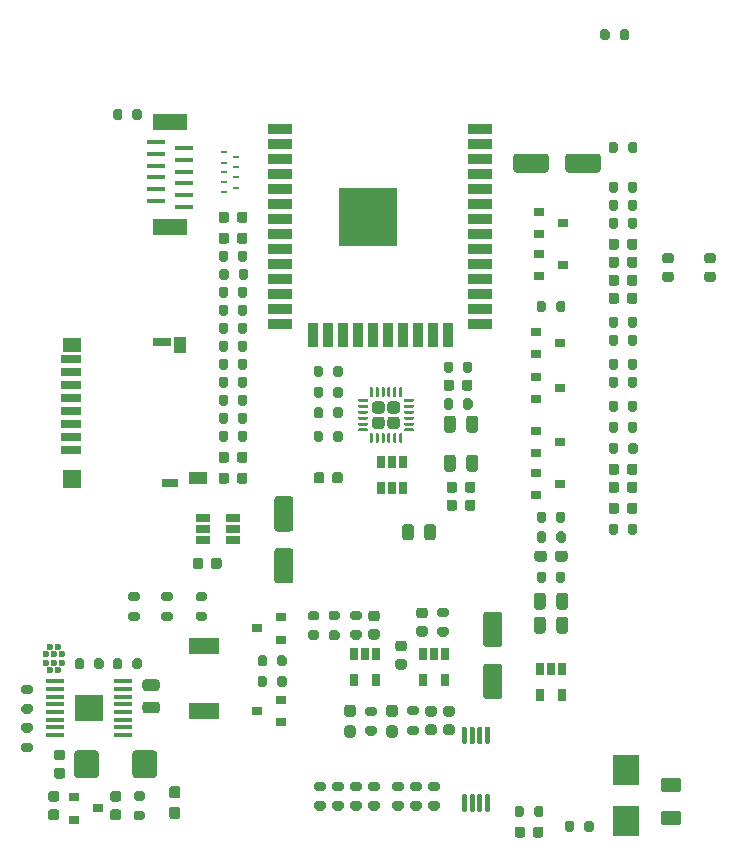
<source format=gtp>
%TF.GenerationSoftware,KiCad,Pcbnew,(5.1.8)-1*%
%TF.CreationDate,2021-01-16T15:44:13-05:00*%
%TF.ProjectId,uratt,75726174-742e-46b6-9963-61645f706362,rev?*%
%TF.SameCoordinates,Original*%
%TF.FileFunction,Paste,Top*%
%TF.FilePolarity,Positive*%
%FSLAX46Y46*%
G04 Gerber Fmt 4.6, Leading zero omitted, Abs format (unit mm)*
G04 Created by KiCad (PCBNEW (5.1.8)-1) date 2021-01-16 15:44:13*
%MOMM*%
%LPD*%
G01*
G04 APERTURE LIST*
%ADD10R,2.900000X1.400000*%
%ADD11R,1.600000X0.400000*%
%ADD12R,2.590800X1.460500*%
%ADD13R,0.600000X0.200000*%
%ADD14R,0.900000X0.800000*%
%ADD15R,2.300000X2.500000*%
%ADD16C,0.600000*%
%ADD17R,2.460000X2.310000*%
%ADD18R,1.500000X0.450000*%
%ADD19R,1.220000X0.650000*%
%ADD20R,0.650000X1.060000*%
%ADD21R,2.000000X0.900000*%
%ADD22R,0.900000X2.000000*%
%ADD23R,5.000000X5.000000*%
%ADD24R,1.550000X1.000000*%
%ADD25R,1.500000X1.500000*%
%ADD26R,1.750000X0.700000*%
%ADD27R,1.400000X0.800000*%
%ADD28R,1.000000X1.450000*%
%ADD29R,1.500000X0.800000*%
%ADD30R,1.500000X1.300000*%
G04 APERTURE END LIST*
D10*
%TO.C,J3*%
X38354000Y-31872000D03*
X38354000Y-40772000D03*
D11*
X37154000Y-33572000D03*
X39554000Y-34072000D03*
X37154000Y-34572000D03*
X39554000Y-35072000D03*
X37154000Y-35572000D03*
X39554000Y-36072000D03*
X37154000Y-36572000D03*
X39554000Y-37072000D03*
X37154000Y-37572000D03*
X39554000Y-38072000D03*
X37154000Y-38572000D03*
X39554000Y-39072000D03*
%TD*%
D12*
%TO.C,L1*%
X41250000Y-76225050D03*
X41250000Y-81774950D03*
%TD*%
%TO.C,JP7*%
G36*
G01*
X41275000Y-72473000D02*
X40725000Y-72473000D01*
G75*
G02*
X40525000Y-72273000I0J200000D01*
G01*
X40525000Y-71873000D01*
G75*
G02*
X40725000Y-71673000I200000J0D01*
G01*
X41275000Y-71673000D01*
G75*
G02*
X41475000Y-71873000I0J-200000D01*
G01*
X41475000Y-72273000D01*
G75*
G02*
X41275000Y-72473000I-200000J0D01*
G01*
G37*
G36*
G01*
X41275000Y-74123000D02*
X40725000Y-74123000D01*
G75*
G02*
X40525000Y-73923000I0J200000D01*
G01*
X40525000Y-73523000D01*
G75*
G02*
X40725000Y-73323000I200000J0D01*
G01*
X41275000Y-73323000D01*
G75*
G02*
X41475000Y-73523000I0J-200000D01*
G01*
X41475000Y-73923000D01*
G75*
G02*
X41275000Y-74123000I-200000J0D01*
G01*
G37*
%TD*%
%TO.C,FB7*%
G36*
G01*
X73425000Y-91775000D02*
X73425000Y-91225000D01*
G75*
G02*
X73625000Y-91025000I200000J0D01*
G01*
X74025000Y-91025000D01*
G75*
G02*
X74225000Y-91225000I0J-200000D01*
G01*
X74225000Y-91775000D01*
G75*
G02*
X74025000Y-91975000I-200000J0D01*
G01*
X73625000Y-91975000D01*
G75*
G02*
X73425000Y-91775000I0J200000D01*
G01*
G37*
G36*
G01*
X71775000Y-91775000D02*
X71775000Y-91225000D01*
G75*
G02*
X71975000Y-91025000I200000J0D01*
G01*
X72375000Y-91025000D01*
G75*
G02*
X72575000Y-91225000I0J-200000D01*
G01*
X72575000Y-91775000D01*
G75*
G02*
X72375000Y-91975000I-200000J0D01*
G01*
X71975000Y-91975000D01*
G75*
G02*
X71775000Y-91775000I0J200000D01*
G01*
G37*
%TD*%
%TO.C,FB6*%
G36*
G01*
X75575000Y-24225000D02*
X75575000Y-24775000D01*
G75*
G02*
X75375000Y-24975000I-200000J0D01*
G01*
X74975000Y-24975000D01*
G75*
G02*
X74775000Y-24775000I0J200000D01*
G01*
X74775000Y-24225000D01*
G75*
G02*
X74975000Y-24025000I200000J0D01*
G01*
X75375000Y-24025000D01*
G75*
G02*
X75575000Y-24225000I0J-200000D01*
G01*
G37*
G36*
G01*
X77225000Y-24225000D02*
X77225000Y-24775000D01*
G75*
G02*
X77025000Y-24975000I-200000J0D01*
G01*
X76625000Y-24975000D01*
G75*
G02*
X76425000Y-24775000I0J200000D01*
G01*
X76425000Y-24225000D01*
G75*
G02*
X76625000Y-24025000I200000J0D01*
G01*
X77025000Y-24025000D01*
G75*
G02*
X77225000Y-24225000I0J-200000D01*
G01*
G37*
%TD*%
%TO.C,FB5*%
G36*
G01*
X35175000Y-31525000D02*
X35175000Y-30975000D01*
G75*
G02*
X35375000Y-30775000I200000J0D01*
G01*
X35775000Y-30775000D01*
G75*
G02*
X35975000Y-30975000I0J-200000D01*
G01*
X35975000Y-31525000D01*
G75*
G02*
X35775000Y-31725000I-200000J0D01*
G01*
X35375000Y-31725000D01*
G75*
G02*
X35175000Y-31525000I0J200000D01*
G01*
G37*
G36*
G01*
X33525000Y-31525000D02*
X33525000Y-30975000D01*
G75*
G02*
X33725000Y-30775000I200000J0D01*
G01*
X34125000Y-30775000D01*
G75*
G02*
X34325000Y-30975000I0J-200000D01*
G01*
X34325000Y-31525000D01*
G75*
G02*
X34125000Y-31725000I-200000J0D01*
G01*
X33725000Y-31725000D01*
G75*
G02*
X33525000Y-31525000I0J200000D01*
G01*
G37*
%TD*%
%TO.C,C32*%
G36*
G01*
X47450000Y-67950000D02*
X48550000Y-67950000D01*
G75*
G02*
X48800000Y-68200000I0J-250000D01*
G01*
X48800000Y-70700000D01*
G75*
G02*
X48550000Y-70950000I-250000J0D01*
G01*
X47450000Y-70950000D01*
G75*
G02*
X47200000Y-70700000I0J250000D01*
G01*
X47200000Y-68200000D01*
G75*
G02*
X47450000Y-67950000I250000J0D01*
G01*
G37*
G36*
G01*
X47450000Y-63550000D02*
X48550000Y-63550000D01*
G75*
G02*
X48800000Y-63800000I0J-250000D01*
G01*
X48800000Y-66300000D01*
G75*
G02*
X48550000Y-66550000I-250000J0D01*
G01*
X47450000Y-66550000D01*
G75*
G02*
X47200000Y-66300000I0J250000D01*
G01*
X47200000Y-63800000D01*
G75*
G02*
X47450000Y-63550000I250000J0D01*
G01*
G37*
%TD*%
%TO.C,JP5*%
G36*
G01*
X35581000Y-72473000D02*
X35031000Y-72473000D01*
G75*
G02*
X34831000Y-72273000I0J200000D01*
G01*
X34831000Y-71873000D01*
G75*
G02*
X35031000Y-71673000I200000J0D01*
G01*
X35581000Y-71673000D01*
G75*
G02*
X35781000Y-71873000I0J-200000D01*
G01*
X35781000Y-72273000D01*
G75*
G02*
X35581000Y-72473000I-200000J0D01*
G01*
G37*
G36*
G01*
X35581000Y-74123000D02*
X35031000Y-74123000D01*
G75*
G02*
X34831000Y-73923000I0J200000D01*
G01*
X34831000Y-73523000D01*
G75*
G02*
X35031000Y-73323000I200000J0D01*
G01*
X35581000Y-73323000D01*
G75*
G02*
X35781000Y-73523000I0J-200000D01*
G01*
X35781000Y-73923000D01*
G75*
G02*
X35581000Y-74123000I-200000J0D01*
G01*
G37*
%TD*%
D13*
%TO.C,D3*%
X43909000Y-34826001D03*
X43909000Y-35726001D03*
X43909000Y-36526001D03*
X43909000Y-37426001D03*
X42959000Y-37826001D03*
X42959000Y-36926001D03*
X42959000Y-36126001D03*
X42959000Y-35326001D03*
X42959000Y-34426001D03*
%TD*%
%TO.C,R41*%
G36*
G01*
X47425000Y-77775000D02*
X47425000Y-77225000D01*
G75*
G02*
X47625000Y-77025000I200000J0D01*
G01*
X48025000Y-77025000D01*
G75*
G02*
X48225000Y-77225000I0J-200000D01*
G01*
X48225000Y-77775000D01*
G75*
G02*
X48025000Y-77975000I-200000J0D01*
G01*
X47625000Y-77975000D01*
G75*
G02*
X47425000Y-77775000I0J200000D01*
G01*
G37*
G36*
G01*
X45775000Y-77775000D02*
X45775000Y-77225000D01*
G75*
G02*
X45975000Y-77025000I200000J0D01*
G01*
X46375000Y-77025000D01*
G75*
G02*
X46575000Y-77225000I0J-200000D01*
G01*
X46575000Y-77775000D01*
G75*
G02*
X46375000Y-77975000I-200000J0D01*
G01*
X45975000Y-77975000D01*
G75*
G02*
X45775000Y-77775000I0J200000D01*
G01*
G37*
%TD*%
%TO.C,R39*%
G36*
G01*
X46575000Y-78975000D02*
X46575000Y-79525000D01*
G75*
G02*
X46375000Y-79725000I-200000J0D01*
G01*
X45975000Y-79725000D01*
G75*
G02*
X45775000Y-79525000I0J200000D01*
G01*
X45775000Y-78975000D01*
G75*
G02*
X45975000Y-78775000I200000J0D01*
G01*
X46375000Y-78775000D01*
G75*
G02*
X46575000Y-78975000I0J-200000D01*
G01*
G37*
G36*
G01*
X48225000Y-78975000D02*
X48225000Y-79525000D01*
G75*
G02*
X48025000Y-79725000I-200000J0D01*
G01*
X47625000Y-79725000D01*
G75*
G02*
X47425000Y-79525000I0J200000D01*
G01*
X47425000Y-78975000D01*
G75*
G02*
X47625000Y-78775000I200000J0D01*
G01*
X48025000Y-78775000D01*
G75*
G02*
X48225000Y-78975000I0J-200000D01*
G01*
G37*
%TD*%
%TO.C,R37*%
G36*
G01*
X52525000Y-74075000D02*
X51975000Y-74075000D01*
G75*
G02*
X51775000Y-73875000I0J200000D01*
G01*
X51775000Y-73475000D01*
G75*
G02*
X51975000Y-73275000I200000J0D01*
G01*
X52525000Y-73275000D01*
G75*
G02*
X52725000Y-73475000I0J-200000D01*
G01*
X52725000Y-73875000D01*
G75*
G02*
X52525000Y-74075000I-200000J0D01*
G01*
G37*
G36*
G01*
X52525000Y-75725000D02*
X51975000Y-75725000D01*
G75*
G02*
X51775000Y-75525000I0J200000D01*
G01*
X51775000Y-75125000D01*
G75*
G02*
X51975000Y-74925000I200000J0D01*
G01*
X52525000Y-74925000D01*
G75*
G02*
X52725000Y-75125000I0J-200000D01*
G01*
X52725000Y-75525000D01*
G75*
G02*
X52525000Y-75725000I-200000J0D01*
G01*
G37*
%TD*%
D14*
%TO.C,Q4*%
X45750000Y-74750000D03*
X47750000Y-73800000D03*
X47750000Y-75700000D03*
%TD*%
%TO.C,Q3*%
X45750000Y-81750000D03*
X47750000Y-80800000D03*
X47750000Y-82700000D03*
%TD*%
%TO.C,C21*%
G36*
G01*
X65127931Y-77744827D02*
X66227931Y-77744827D01*
G75*
G02*
X66477931Y-77994827I0J-250000D01*
G01*
X66477931Y-80494827D01*
G75*
G02*
X66227931Y-80744827I-250000J0D01*
G01*
X65127931Y-80744827D01*
G75*
G02*
X64877931Y-80494827I0J250000D01*
G01*
X64877931Y-77994827D01*
G75*
G02*
X65127931Y-77744827I250000J0D01*
G01*
G37*
G36*
G01*
X65127931Y-73344827D02*
X66227931Y-73344827D01*
G75*
G02*
X66477931Y-73594827I0J-250000D01*
G01*
X66477931Y-76094827D01*
G75*
G02*
X66227931Y-76344827I-250000J0D01*
G01*
X65127931Y-76344827D01*
G75*
G02*
X64877931Y-76094827I0J250000D01*
G01*
X64877931Y-73594827D01*
G75*
G02*
X65127931Y-73344827I250000J0D01*
G01*
G37*
%TD*%
%TO.C,R12*%
G36*
G01*
X63175000Y-56025000D02*
X63175000Y-55475000D01*
G75*
G02*
X63375000Y-55275000I200000J0D01*
G01*
X63775000Y-55275000D01*
G75*
G02*
X63975000Y-55475000I0J-200000D01*
G01*
X63975000Y-56025000D01*
G75*
G02*
X63775000Y-56225000I-200000J0D01*
G01*
X63375000Y-56225000D01*
G75*
G02*
X63175000Y-56025000I0J200000D01*
G01*
G37*
G36*
G01*
X61525000Y-56025000D02*
X61525000Y-55475000D01*
G75*
G02*
X61725000Y-55275000I200000J0D01*
G01*
X62125000Y-55275000D01*
G75*
G02*
X62325000Y-55475000I0J-200000D01*
G01*
X62325000Y-56025000D01*
G75*
G02*
X62125000Y-56225000I-200000J0D01*
G01*
X61725000Y-56225000D01*
G75*
G02*
X61525000Y-56025000I0J200000D01*
G01*
G37*
%TD*%
%TO.C,R11*%
G36*
G01*
X52175000Y-53275000D02*
X52175000Y-52725000D01*
G75*
G02*
X52375000Y-52525000I200000J0D01*
G01*
X52775000Y-52525000D01*
G75*
G02*
X52975000Y-52725000I0J-200000D01*
G01*
X52975000Y-53275000D01*
G75*
G02*
X52775000Y-53475000I-200000J0D01*
G01*
X52375000Y-53475000D01*
G75*
G02*
X52175000Y-53275000I0J200000D01*
G01*
G37*
G36*
G01*
X50525000Y-53275000D02*
X50525000Y-52725000D01*
G75*
G02*
X50725000Y-52525000I200000J0D01*
G01*
X51125000Y-52525000D01*
G75*
G02*
X51325000Y-52725000I0J-200000D01*
G01*
X51325000Y-53275000D01*
G75*
G02*
X51125000Y-53475000I-200000J0D01*
G01*
X50725000Y-53475000D01*
G75*
G02*
X50525000Y-53275000I0J200000D01*
G01*
G37*
%TD*%
%TO.C,R10*%
G36*
G01*
X52175000Y-55025000D02*
X52175000Y-54475000D01*
G75*
G02*
X52375000Y-54275000I200000J0D01*
G01*
X52775000Y-54275000D01*
G75*
G02*
X52975000Y-54475000I0J-200000D01*
G01*
X52975000Y-55025000D01*
G75*
G02*
X52775000Y-55225000I-200000J0D01*
G01*
X52375000Y-55225000D01*
G75*
G02*
X52175000Y-55025000I0J200000D01*
G01*
G37*
G36*
G01*
X50525000Y-55025000D02*
X50525000Y-54475000D01*
G75*
G02*
X50725000Y-54275000I200000J0D01*
G01*
X51125000Y-54275000D01*
G75*
G02*
X51325000Y-54475000I0J-200000D01*
G01*
X51325000Y-55025000D01*
G75*
G02*
X51125000Y-55225000I-200000J0D01*
G01*
X50725000Y-55225000D01*
G75*
G02*
X50525000Y-55025000I0J200000D01*
G01*
G37*
%TD*%
%TO.C,JP6*%
G36*
G01*
X38375000Y-72473000D02*
X37825000Y-72473000D01*
G75*
G02*
X37625000Y-72273000I0J200000D01*
G01*
X37625000Y-71873000D01*
G75*
G02*
X37825000Y-71673000I200000J0D01*
G01*
X38375000Y-71673000D01*
G75*
G02*
X38575000Y-71873000I0J-200000D01*
G01*
X38575000Y-72273000D01*
G75*
G02*
X38375000Y-72473000I-200000J0D01*
G01*
G37*
G36*
G01*
X38375000Y-74123000D02*
X37825000Y-74123000D01*
G75*
G02*
X37625000Y-73923000I0J200000D01*
G01*
X37625000Y-73523000D01*
G75*
G02*
X37825000Y-73323000I200000J0D01*
G01*
X38375000Y-73323000D01*
G75*
G02*
X38575000Y-73523000I0J-200000D01*
G01*
X38575000Y-73923000D01*
G75*
G02*
X38375000Y-74123000I-200000J0D01*
G01*
G37*
%TD*%
%TO.C,R23*%
G36*
G01*
X77133000Y-34311000D02*
X77133000Y-33761000D01*
G75*
G02*
X77333000Y-33561000I200000J0D01*
G01*
X77733000Y-33561000D01*
G75*
G02*
X77933000Y-33761000I0J-200000D01*
G01*
X77933000Y-34311000D01*
G75*
G02*
X77733000Y-34511000I-200000J0D01*
G01*
X77333000Y-34511000D01*
G75*
G02*
X77133000Y-34311000I0J200000D01*
G01*
G37*
G36*
G01*
X75483000Y-34311000D02*
X75483000Y-33761000D01*
G75*
G02*
X75683000Y-33561000I200000J0D01*
G01*
X76083000Y-33561000D01*
G75*
G02*
X76283000Y-33761000I0J-200000D01*
G01*
X76283000Y-34311000D01*
G75*
G02*
X76083000Y-34511000I-200000J0D01*
G01*
X75683000Y-34511000D01*
G75*
G02*
X75483000Y-34311000I0J200000D01*
G01*
G37*
%TD*%
%TO.C,R22*%
G36*
G01*
X70187000Y-47223000D02*
X70187000Y-47773000D01*
G75*
G02*
X69987000Y-47973000I-200000J0D01*
G01*
X69587000Y-47973000D01*
G75*
G02*
X69387000Y-47773000I0J200000D01*
G01*
X69387000Y-47223000D01*
G75*
G02*
X69587000Y-47023000I200000J0D01*
G01*
X69987000Y-47023000D01*
G75*
G02*
X70187000Y-47223000I0J-200000D01*
G01*
G37*
G36*
G01*
X71837000Y-47223000D02*
X71837000Y-47773000D01*
G75*
G02*
X71637000Y-47973000I-200000J0D01*
G01*
X71237000Y-47973000D01*
G75*
G02*
X71037000Y-47773000I0J200000D01*
G01*
X71037000Y-47223000D01*
G75*
G02*
X71237000Y-47023000I200000J0D01*
G01*
X71637000Y-47023000D01*
G75*
G02*
X71837000Y-47223000I0J-200000D01*
G01*
G37*
%TD*%
%TO.C,FB4*%
G36*
G01*
X84330250Y-43846000D02*
X83817750Y-43846000D01*
G75*
G02*
X83599000Y-43627250I0J218750D01*
G01*
X83599000Y-43189750D01*
G75*
G02*
X83817750Y-42971000I218750J0D01*
G01*
X84330250Y-42971000D01*
G75*
G02*
X84549000Y-43189750I0J-218750D01*
G01*
X84549000Y-43627250D01*
G75*
G02*
X84330250Y-43846000I-218750J0D01*
G01*
G37*
G36*
G01*
X84330250Y-45421000D02*
X83817750Y-45421000D01*
G75*
G02*
X83599000Y-45202250I0J218750D01*
G01*
X83599000Y-44764750D01*
G75*
G02*
X83817750Y-44546000I218750J0D01*
G01*
X84330250Y-44546000D01*
G75*
G02*
X84549000Y-44764750I0J-218750D01*
G01*
X84549000Y-45202250D01*
G75*
G02*
X84330250Y-45421000I-218750J0D01*
G01*
G37*
%TD*%
%TO.C,FB2*%
G36*
G01*
X80774250Y-43846000D02*
X80261750Y-43846000D01*
G75*
G02*
X80043000Y-43627250I0J218750D01*
G01*
X80043000Y-43189750D01*
G75*
G02*
X80261750Y-42971000I218750J0D01*
G01*
X80774250Y-42971000D01*
G75*
G02*
X80993000Y-43189750I0J-218750D01*
G01*
X80993000Y-43627250D01*
G75*
G02*
X80774250Y-43846000I-218750J0D01*
G01*
G37*
G36*
G01*
X80774250Y-45421000D02*
X80261750Y-45421000D01*
G75*
G02*
X80043000Y-45202250I0J218750D01*
G01*
X80043000Y-44764750D01*
G75*
G02*
X80261750Y-44546000I218750J0D01*
G01*
X80774250Y-44546000D01*
G75*
G02*
X80993000Y-44764750I0J-218750D01*
G01*
X80993000Y-45202250D01*
G75*
G02*
X80774250Y-45421000I-218750J0D01*
G01*
G37*
%TD*%
%TO.C,F1*%
G36*
G01*
X81397000Y-88633000D02*
X80147000Y-88633000D01*
G75*
G02*
X79897000Y-88383000I0J250000D01*
G01*
X79897000Y-87633000D01*
G75*
G02*
X80147000Y-87383000I250000J0D01*
G01*
X81397000Y-87383000D01*
G75*
G02*
X81647000Y-87633000I0J-250000D01*
G01*
X81647000Y-88383000D01*
G75*
G02*
X81397000Y-88633000I-250000J0D01*
G01*
G37*
G36*
G01*
X81397000Y-91433000D02*
X80147000Y-91433000D01*
G75*
G02*
X79897000Y-91183000I0J250000D01*
G01*
X79897000Y-90433000D01*
G75*
G02*
X80147000Y-90183000I250000J0D01*
G01*
X81397000Y-90183000D01*
G75*
G02*
X81647000Y-90433000I0J-250000D01*
G01*
X81647000Y-91183000D01*
G75*
G02*
X81397000Y-91433000I-250000J0D01*
G01*
G37*
%TD*%
D15*
%TO.C,D7*%
X76962000Y-91050000D03*
X76962000Y-86750000D03*
%TD*%
%TO.C,D1*%
G36*
G01*
X58986000Y-66149751D02*
X58986000Y-67062251D01*
G75*
G02*
X58742250Y-67306001I-243750J0D01*
G01*
X58254750Y-67306001D01*
G75*
G02*
X58011000Y-67062251I0J243750D01*
G01*
X58011000Y-66149751D01*
G75*
G02*
X58254750Y-65906001I243750J0D01*
G01*
X58742250Y-65906001D01*
G75*
G02*
X58986000Y-66149751I0J-243750D01*
G01*
G37*
G36*
G01*
X60861000Y-66149751D02*
X60861000Y-67062251D01*
G75*
G02*
X60617250Y-67306001I-243750J0D01*
G01*
X60129750Y-67306001D01*
G75*
G02*
X59886000Y-67062251I0J243750D01*
G01*
X59886000Y-66149751D01*
G75*
G02*
X60129750Y-65906001I243750J0D01*
G01*
X60617250Y-65906001D01*
G75*
G02*
X60861000Y-66149751I0J-243750D01*
G01*
G37*
%TD*%
%TO.C,R26*%
G36*
G01*
X76283000Y-52107001D02*
X76283000Y-52657001D01*
G75*
G02*
X76083000Y-52857001I-200000J0D01*
G01*
X75683000Y-52857001D01*
G75*
G02*
X75483000Y-52657001I0J200000D01*
G01*
X75483000Y-52107001D01*
G75*
G02*
X75683000Y-51907001I200000J0D01*
G01*
X76083000Y-51907001D01*
G75*
G02*
X76283000Y-52107001I0J-200000D01*
G01*
G37*
G36*
G01*
X77933000Y-52107001D02*
X77933000Y-52657001D01*
G75*
G02*
X77733000Y-52857001I-200000J0D01*
G01*
X77333000Y-52857001D01*
G75*
G02*
X77133000Y-52657001I0J200000D01*
G01*
X77133000Y-52107001D01*
G75*
G02*
X77333000Y-51907001I200000J0D01*
G01*
X77733000Y-51907001D01*
G75*
G02*
X77933000Y-52107001I0J-200000D01*
G01*
G37*
%TD*%
D16*
%TO.C,GT1*%
X28855001Y-78281000D03*
X28156501Y-78281000D03*
X27839001Y-77709500D03*
X28537501Y-77709500D03*
X29236001Y-77709500D03*
X28855001Y-76312500D03*
X28156501Y-76312500D03*
X27839001Y-76884000D03*
X28537501Y-76884000D03*
X29236001Y-76884000D03*
%TD*%
D17*
%TO.C,U8*%
X31500000Y-81500000D03*
D18*
X34400000Y-79225000D03*
X28600000Y-79225000D03*
X34400000Y-79875000D03*
X28600000Y-79875000D03*
X34400000Y-80525000D03*
X28600000Y-80525000D03*
X34400000Y-81175000D03*
X28600000Y-81175000D03*
X34400000Y-81825000D03*
X28600000Y-81825000D03*
X34400000Y-82475000D03*
X28600000Y-82475000D03*
X34400000Y-83125000D03*
X28600000Y-83125000D03*
X34400000Y-83775000D03*
X28600000Y-83775000D03*
%TD*%
%TO.C,C29*%
G36*
G01*
X35175000Y-87175000D02*
X35175000Y-85325000D01*
G75*
G02*
X35425000Y-85075000I250000J0D01*
G01*
X37000000Y-85075000D01*
G75*
G02*
X37250000Y-85325000I0J-250000D01*
G01*
X37250000Y-87175000D01*
G75*
G02*
X37000000Y-87425000I-250000J0D01*
G01*
X35425000Y-87425000D01*
G75*
G02*
X35175000Y-87175000I0J250000D01*
G01*
G37*
G36*
G01*
X30250000Y-87175000D02*
X30250000Y-85325000D01*
G75*
G02*
X30500000Y-85075000I250000J0D01*
G01*
X32075000Y-85075000D01*
G75*
G02*
X32325000Y-85325000I0J-250000D01*
G01*
X32325000Y-87175000D01*
G75*
G02*
X32075000Y-87425000I-250000J0D01*
G01*
X30500000Y-87425000D01*
G75*
G02*
X30250000Y-87175000I0J250000D01*
G01*
G37*
%TD*%
D14*
%TO.C,Q2*%
X71358000Y-58986001D03*
X69358000Y-59936001D03*
X69358000Y-58036001D03*
%TD*%
%TO.C,Q1*%
X71358000Y-62542001D03*
X69358000Y-63492001D03*
X69358000Y-61592001D03*
%TD*%
D19*
%TO.C,U9*%
X41108000Y-67302001D03*
X41108000Y-66352001D03*
X41108000Y-65402001D03*
X43728000Y-65402001D03*
X43728000Y-66352001D03*
X43728000Y-67302001D03*
%TD*%
D20*
%TO.C,U7*%
X61656000Y-79136001D03*
X59756000Y-79136001D03*
X59756000Y-76936001D03*
X60706000Y-76936001D03*
X61656000Y-76936001D03*
%TD*%
%TO.C,U6*%
X55814000Y-79136001D03*
X53914000Y-79136001D03*
X53914000Y-76936001D03*
X54864000Y-76936001D03*
X55814000Y-76936001D03*
%TD*%
%TO.C,U5*%
G36*
G01*
X63387000Y-84547001D02*
X63187000Y-84547001D01*
G75*
G02*
X63087000Y-84447001I0J100000D01*
G01*
X63087000Y-83172001D01*
G75*
G02*
X63187000Y-83072001I100000J0D01*
G01*
X63387000Y-83072001D01*
G75*
G02*
X63487000Y-83172001I0J-100000D01*
G01*
X63487000Y-84447001D01*
G75*
G02*
X63387000Y-84547001I-100000J0D01*
G01*
G37*
G36*
G01*
X64037000Y-84547001D02*
X63837000Y-84547001D01*
G75*
G02*
X63737000Y-84447001I0J100000D01*
G01*
X63737000Y-83172001D01*
G75*
G02*
X63837000Y-83072001I100000J0D01*
G01*
X64037000Y-83072001D01*
G75*
G02*
X64137000Y-83172001I0J-100000D01*
G01*
X64137000Y-84447001D01*
G75*
G02*
X64037000Y-84547001I-100000J0D01*
G01*
G37*
G36*
G01*
X64687000Y-84547001D02*
X64487000Y-84547001D01*
G75*
G02*
X64387000Y-84447001I0J100000D01*
G01*
X64387000Y-83172001D01*
G75*
G02*
X64487000Y-83072001I100000J0D01*
G01*
X64687000Y-83072001D01*
G75*
G02*
X64787000Y-83172001I0J-100000D01*
G01*
X64787000Y-84447001D01*
G75*
G02*
X64687000Y-84547001I-100000J0D01*
G01*
G37*
G36*
G01*
X65337000Y-84547001D02*
X65137000Y-84547001D01*
G75*
G02*
X65037000Y-84447001I0J100000D01*
G01*
X65037000Y-83172001D01*
G75*
G02*
X65137000Y-83072001I100000J0D01*
G01*
X65337000Y-83072001D01*
G75*
G02*
X65437000Y-83172001I0J-100000D01*
G01*
X65437000Y-84447001D01*
G75*
G02*
X65337000Y-84547001I-100000J0D01*
G01*
G37*
G36*
G01*
X65337000Y-90272001D02*
X65137000Y-90272001D01*
G75*
G02*
X65037000Y-90172001I0J100000D01*
G01*
X65037000Y-88897001D01*
G75*
G02*
X65137000Y-88797001I100000J0D01*
G01*
X65337000Y-88797001D01*
G75*
G02*
X65437000Y-88897001I0J-100000D01*
G01*
X65437000Y-90172001D01*
G75*
G02*
X65337000Y-90272001I-100000J0D01*
G01*
G37*
G36*
G01*
X64687000Y-90272001D02*
X64487000Y-90272001D01*
G75*
G02*
X64387000Y-90172001I0J100000D01*
G01*
X64387000Y-88897001D01*
G75*
G02*
X64487000Y-88797001I100000J0D01*
G01*
X64687000Y-88797001D01*
G75*
G02*
X64787000Y-88897001I0J-100000D01*
G01*
X64787000Y-90172001D01*
G75*
G02*
X64687000Y-90272001I-100000J0D01*
G01*
G37*
G36*
G01*
X64037000Y-90272001D02*
X63837000Y-90272001D01*
G75*
G02*
X63737000Y-90172001I0J100000D01*
G01*
X63737000Y-88897001D01*
G75*
G02*
X63837000Y-88797001I100000J0D01*
G01*
X64037000Y-88797001D01*
G75*
G02*
X64137000Y-88897001I0J-100000D01*
G01*
X64137000Y-90172001D01*
G75*
G02*
X64037000Y-90272001I-100000J0D01*
G01*
G37*
G36*
G01*
X63387000Y-90272001D02*
X63187000Y-90272001D01*
G75*
G02*
X63087000Y-90172001I0J100000D01*
G01*
X63087000Y-88897001D01*
G75*
G02*
X63187000Y-88797001I100000J0D01*
G01*
X63387000Y-88797001D01*
G75*
G02*
X63487000Y-88897001I0J-100000D01*
G01*
X63487000Y-90172001D01*
G75*
G02*
X63387000Y-90272001I-100000J0D01*
G01*
G37*
%TD*%
%TO.C,U4*%
X71562000Y-80406001D03*
X69662000Y-80406001D03*
X69662000Y-78206001D03*
X70612000Y-78206001D03*
X71562000Y-78206001D03*
%TD*%
D21*
%TO.C,U3*%
X64634000Y-32443001D03*
X64634000Y-33713001D03*
X64634000Y-34983001D03*
X64634000Y-36253001D03*
X64634000Y-37523001D03*
X64634000Y-38793001D03*
X64634000Y-40063001D03*
X64634000Y-41333001D03*
X64634000Y-42603001D03*
X64634000Y-43873001D03*
X64634000Y-45143001D03*
X64634000Y-46413001D03*
X64634000Y-47683001D03*
X64634000Y-48953001D03*
D22*
X61849000Y-49953001D03*
X60579000Y-49953001D03*
X59309000Y-49953001D03*
X58039000Y-49953001D03*
X56769000Y-49953001D03*
X55499000Y-49953001D03*
X54229000Y-49953001D03*
X52959000Y-49953001D03*
X51689000Y-49953001D03*
X50419000Y-49953001D03*
D21*
X47634000Y-48953001D03*
X47634000Y-47683001D03*
X47634000Y-46413001D03*
X47634000Y-45143001D03*
X47634000Y-43873001D03*
X47634000Y-42603001D03*
X47634000Y-41333001D03*
X47634000Y-40063001D03*
X47634000Y-38793001D03*
X47634000Y-37523001D03*
X47634000Y-36253001D03*
X47634000Y-34983001D03*
X47634000Y-33713001D03*
X47634000Y-32443001D03*
D23*
X55134000Y-39943001D03*
%TD*%
%TO.C,U2*%
G36*
G01*
X57567001Y-56575001D02*
X57016999Y-56575001D01*
G75*
G02*
X56767000Y-56325002I0J249999D01*
G01*
X56767000Y-55775000D01*
G75*
G02*
X57016999Y-55525001I249999J0D01*
G01*
X57567001Y-55525001D01*
G75*
G02*
X57817000Y-55775000I0J-249999D01*
G01*
X57817000Y-56325002D01*
G75*
G02*
X57567001Y-56575001I-249999J0D01*
G01*
G37*
G36*
G01*
X56267001Y-56575001D02*
X55716999Y-56575001D01*
G75*
G02*
X55467000Y-56325002I0J249999D01*
G01*
X55467000Y-55775000D01*
G75*
G02*
X55716999Y-55525001I249999J0D01*
G01*
X56267001Y-55525001D01*
G75*
G02*
X56517000Y-55775000I0J-249999D01*
G01*
X56517000Y-56325002D01*
G75*
G02*
X56267001Y-56575001I-249999J0D01*
G01*
G37*
G36*
G01*
X57567001Y-57875001D02*
X57016999Y-57875001D01*
G75*
G02*
X56767000Y-57625002I0J249999D01*
G01*
X56767000Y-57075000D01*
G75*
G02*
X57016999Y-56825001I249999J0D01*
G01*
X57567001Y-56825001D01*
G75*
G02*
X57817000Y-57075000I0J-249999D01*
G01*
X57817000Y-57625002D01*
G75*
G02*
X57567001Y-57875001I-249999J0D01*
G01*
G37*
G36*
G01*
X56267001Y-57875001D02*
X55716999Y-57875001D01*
G75*
G02*
X55467000Y-57625002I0J249999D01*
G01*
X55467000Y-57075000D01*
G75*
G02*
X55716999Y-56825001I249999J0D01*
G01*
X56267001Y-56825001D01*
G75*
G02*
X56517000Y-57075000I0J-249999D01*
G01*
X56517000Y-57625002D01*
G75*
G02*
X56267001Y-57875001I-249999J0D01*
G01*
G37*
G36*
G01*
X55054500Y-58075001D02*
X54354500Y-58075001D01*
G75*
G02*
X54292000Y-58012501I0J62500D01*
G01*
X54292000Y-57887501D01*
G75*
G02*
X54354500Y-57825001I62500J0D01*
G01*
X55054500Y-57825001D01*
G75*
G02*
X55117000Y-57887501I0J-62500D01*
G01*
X55117000Y-58012501D01*
G75*
G02*
X55054500Y-58075001I-62500J0D01*
G01*
G37*
G36*
G01*
X55054500Y-57575001D02*
X54354500Y-57575001D01*
G75*
G02*
X54292000Y-57512501I0J62500D01*
G01*
X54292000Y-57387501D01*
G75*
G02*
X54354500Y-57325001I62500J0D01*
G01*
X55054500Y-57325001D01*
G75*
G02*
X55117000Y-57387501I0J-62500D01*
G01*
X55117000Y-57512501D01*
G75*
G02*
X55054500Y-57575001I-62500J0D01*
G01*
G37*
G36*
G01*
X55054500Y-57075001D02*
X54354500Y-57075001D01*
G75*
G02*
X54292000Y-57012501I0J62500D01*
G01*
X54292000Y-56887501D01*
G75*
G02*
X54354500Y-56825001I62500J0D01*
G01*
X55054500Y-56825001D01*
G75*
G02*
X55117000Y-56887501I0J-62500D01*
G01*
X55117000Y-57012501D01*
G75*
G02*
X55054500Y-57075001I-62500J0D01*
G01*
G37*
G36*
G01*
X55054500Y-56575001D02*
X54354500Y-56575001D01*
G75*
G02*
X54292000Y-56512501I0J62500D01*
G01*
X54292000Y-56387501D01*
G75*
G02*
X54354500Y-56325001I62500J0D01*
G01*
X55054500Y-56325001D01*
G75*
G02*
X55117000Y-56387501I0J-62500D01*
G01*
X55117000Y-56512501D01*
G75*
G02*
X55054500Y-56575001I-62500J0D01*
G01*
G37*
G36*
G01*
X55054500Y-56075001D02*
X54354500Y-56075001D01*
G75*
G02*
X54292000Y-56012501I0J62500D01*
G01*
X54292000Y-55887501D01*
G75*
G02*
X54354500Y-55825001I62500J0D01*
G01*
X55054500Y-55825001D01*
G75*
G02*
X55117000Y-55887501I0J-62500D01*
G01*
X55117000Y-56012501D01*
G75*
G02*
X55054500Y-56075001I-62500J0D01*
G01*
G37*
G36*
G01*
X55054500Y-55575001D02*
X54354500Y-55575001D01*
G75*
G02*
X54292000Y-55512501I0J62500D01*
G01*
X54292000Y-55387501D01*
G75*
G02*
X54354500Y-55325001I62500J0D01*
G01*
X55054500Y-55325001D01*
G75*
G02*
X55117000Y-55387501I0J-62500D01*
G01*
X55117000Y-55512501D01*
G75*
G02*
X55054500Y-55575001I-62500J0D01*
G01*
G37*
G36*
G01*
X55454500Y-55175001D02*
X55329500Y-55175001D01*
G75*
G02*
X55267000Y-55112501I0J62500D01*
G01*
X55267000Y-54412501D01*
G75*
G02*
X55329500Y-54350001I62500J0D01*
G01*
X55454500Y-54350001D01*
G75*
G02*
X55517000Y-54412501I0J-62500D01*
G01*
X55517000Y-55112501D01*
G75*
G02*
X55454500Y-55175001I-62500J0D01*
G01*
G37*
G36*
G01*
X55954500Y-55175001D02*
X55829500Y-55175001D01*
G75*
G02*
X55767000Y-55112501I0J62500D01*
G01*
X55767000Y-54412501D01*
G75*
G02*
X55829500Y-54350001I62500J0D01*
G01*
X55954500Y-54350001D01*
G75*
G02*
X56017000Y-54412501I0J-62500D01*
G01*
X56017000Y-55112501D01*
G75*
G02*
X55954500Y-55175001I-62500J0D01*
G01*
G37*
G36*
G01*
X56454500Y-55175001D02*
X56329500Y-55175001D01*
G75*
G02*
X56267000Y-55112501I0J62500D01*
G01*
X56267000Y-54412501D01*
G75*
G02*
X56329500Y-54350001I62500J0D01*
G01*
X56454500Y-54350001D01*
G75*
G02*
X56517000Y-54412501I0J-62500D01*
G01*
X56517000Y-55112501D01*
G75*
G02*
X56454500Y-55175001I-62500J0D01*
G01*
G37*
G36*
G01*
X56954500Y-55175001D02*
X56829500Y-55175001D01*
G75*
G02*
X56767000Y-55112501I0J62500D01*
G01*
X56767000Y-54412501D01*
G75*
G02*
X56829500Y-54350001I62500J0D01*
G01*
X56954500Y-54350001D01*
G75*
G02*
X57017000Y-54412501I0J-62500D01*
G01*
X57017000Y-55112501D01*
G75*
G02*
X56954500Y-55175001I-62500J0D01*
G01*
G37*
G36*
G01*
X57454500Y-55175001D02*
X57329500Y-55175001D01*
G75*
G02*
X57267000Y-55112501I0J62500D01*
G01*
X57267000Y-54412501D01*
G75*
G02*
X57329500Y-54350001I62500J0D01*
G01*
X57454500Y-54350001D01*
G75*
G02*
X57517000Y-54412501I0J-62500D01*
G01*
X57517000Y-55112501D01*
G75*
G02*
X57454500Y-55175001I-62500J0D01*
G01*
G37*
G36*
G01*
X57954500Y-55175001D02*
X57829500Y-55175001D01*
G75*
G02*
X57767000Y-55112501I0J62500D01*
G01*
X57767000Y-54412501D01*
G75*
G02*
X57829500Y-54350001I62500J0D01*
G01*
X57954500Y-54350001D01*
G75*
G02*
X58017000Y-54412501I0J-62500D01*
G01*
X58017000Y-55112501D01*
G75*
G02*
X57954500Y-55175001I-62500J0D01*
G01*
G37*
G36*
G01*
X58929500Y-55575001D02*
X58229500Y-55575001D01*
G75*
G02*
X58167000Y-55512501I0J62500D01*
G01*
X58167000Y-55387501D01*
G75*
G02*
X58229500Y-55325001I62500J0D01*
G01*
X58929500Y-55325001D01*
G75*
G02*
X58992000Y-55387501I0J-62500D01*
G01*
X58992000Y-55512501D01*
G75*
G02*
X58929500Y-55575001I-62500J0D01*
G01*
G37*
G36*
G01*
X58929500Y-56075001D02*
X58229500Y-56075001D01*
G75*
G02*
X58167000Y-56012501I0J62500D01*
G01*
X58167000Y-55887501D01*
G75*
G02*
X58229500Y-55825001I62500J0D01*
G01*
X58929500Y-55825001D01*
G75*
G02*
X58992000Y-55887501I0J-62500D01*
G01*
X58992000Y-56012501D01*
G75*
G02*
X58929500Y-56075001I-62500J0D01*
G01*
G37*
G36*
G01*
X58929500Y-56575001D02*
X58229500Y-56575001D01*
G75*
G02*
X58167000Y-56512501I0J62500D01*
G01*
X58167000Y-56387501D01*
G75*
G02*
X58229500Y-56325001I62500J0D01*
G01*
X58929500Y-56325001D01*
G75*
G02*
X58992000Y-56387501I0J-62500D01*
G01*
X58992000Y-56512501D01*
G75*
G02*
X58929500Y-56575001I-62500J0D01*
G01*
G37*
G36*
G01*
X58929500Y-57075001D02*
X58229500Y-57075001D01*
G75*
G02*
X58167000Y-57012501I0J62500D01*
G01*
X58167000Y-56887501D01*
G75*
G02*
X58229500Y-56825001I62500J0D01*
G01*
X58929500Y-56825001D01*
G75*
G02*
X58992000Y-56887501I0J-62500D01*
G01*
X58992000Y-57012501D01*
G75*
G02*
X58929500Y-57075001I-62500J0D01*
G01*
G37*
G36*
G01*
X58929500Y-57575001D02*
X58229500Y-57575001D01*
G75*
G02*
X58167000Y-57512501I0J62500D01*
G01*
X58167000Y-57387501D01*
G75*
G02*
X58229500Y-57325001I62500J0D01*
G01*
X58929500Y-57325001D01*
G75*
G02*
X58992000Y-57387501I0J-62500D01*
G01*
X58992000Y-57512501D01*
G75*
G02*
X58929500Y-57575001I-62500J0D01*
G01*
G37*
G36*
G01*
X58929500Y-58075001D02*
X58229500Y-58075001D01*
G75*
G02*
X58167000Y-58012501I0J62500D01*
G01*
X58167000Y-57887501D01*
G75*
G02*
X58229500Y-57825001I62500J0D01*
G01*
X58929500Y-57825001D01*
G75*
G02*
X58992000Y-57887501I0J-62500D01*
G01*
X58992000Y-58012501D01*
G75*
G02*
X58929500Y-58075001I-62500J0D01*
G01*
G37*
G36*
G01*
X57954500Y-59050001D02*
X57829500Y-59050001D01*
G75*
G02*
X57767000Y-58987501I0J62500D01*
G01*
X57767000Y-58287501D01*
G75*
G02*
X57829500Y-58225001I62500J0D01*
G01*
X57954500Y-58225001D01*
G75*
G02*
X58017000Y-58287501I0J-62500D01*
G01*
X58017000Y-58987501D01*
G75*
G02*
X57954500Y-59050001I-62500J0D01*
G01*
G37*
G36*
G01*
X57454500Y-59050001D02*
X57329500Y-59050001D01*
G75*
G02*
X57267000Y-58987501I0J62500D01*
G01*
X57267000Y-58287501D01*
G75*
G02*
X57329500Y-58225001I62500J0D01*
G01*
X57454500Y-58225001D01*
G75*
G02*
X57517000Y-58287501I0J-62500D01*
G01*
X57517000Y-58987501D01*
G75*
G02*
X57454500Y-59050001I-62500J0D01*
G01*
G37*
G36*
G01*
X56954500Y-59050001D02*
X56829500Y-59050001D01*
G75*
G02*
X56767000Y-58987501I0J62500D01*
G01*
X56767000Y-58287501D01*
G75*
G02*
X56829500Y-58225001I62500J0D01*
G01*
X56954500Y-58225001D01*
G75*
G02*
X57017000Y-58287501I0J-62500D01*
G01*
X57017000Y-58987501D01*
G75*
G02*
X56954500Y-59050001I-62500J0D01*
G01*
G37*
G36*
G01*
X56454500Y-59050001D02*
X56329500Y-59050001D01*
G75*
G02*
X56267000Y-58987501I0J62500D01*
G01*
X56267000Y-58287501D01*
G75*
G02*
X56329500Y-58225001I62500J0D01*
G01*
X56454500Y-58225001D01*
G75*
G02*
X56517000Y-58287501I0J-62500D01*
G01*
X56517000Y-58987501D01*
G75*
G02*
X56454500Y-59050001I-62500J0D01*
G01*
G37*
G36*
G01*
X55954500Y-59050001D02*
X55829500Y-59050001D01*
G75*
G02*
X55767000Y-58987501I0J62500D01*
G01*
X55767000Y-58287501D01*
G75*
G02*
X55829500Y-58225001I62500J0D01*
G01*
X55954500Y-58225001D01*
G75*
G02*
X56017000Y-58287501I0J-62500D01*
G01*
X56017000Y-58987501D01*
G75*
G02*
X55954500Y-59050001I-62500J0D01*
G01*
G37*
G36*
G01*
X55454500Y-59050001D02*
X55329500Y-59050001D01*
G75*
G02*
X55267000Y-58987501I0J62500D01*
G01*
X55267000Y-58287501D01*
G75*
G02*
X55329500Y-58225001I62500J0D01*
G01*
X55454500Y-58225001D01*
G75*
G02*
X55517000Y-58287501I0J-62500D01*
G01*
X55517000Y-58987501D01*
G75*
G02*
X55454500Y-59050001I-62500J0D01*
G01*
G37*
%TD*%
D20*
%TO.C,U1*%
X57150000Y-60680001D03*
X56200000Y-60680001D03*
X58100000Y-60680001D03*
X58100000Y-62880001D03*
X57150000Y-62880001D03*
X56200000Y-62880001D03*
%TD*%
%TO.C,R50*%
G36*
G01*
X36025000Y-89325000D02*
X35475000Y-89325000D01*
G75*
G02*
X35275000Y-89125000I0J200000D01*
G01*
X35275000Y-88725000D01*
G75*
G02*
X35475000Y-88525000I200000J0D01*
G01*
X36025000Y-88525000D01*
G75*
G02*
X36225000Y-88725000I0J-200000D01*
G01*
X36225000Y-89125000D01*
G75*
G02*
X36025000Y-89325000I-200000J0D01*
G01*
G37*
G36*
G01*
X36025000Y-90975000D02*
X35475000Y-90975000D01*
G75*
G02*
X35275000Y-90775000I0J200000D01*
G01*
X35275000Y-90375000D01*
G75*
G02*
X35475000Y-90175000I200000J0D01*
G01*
X36025000Y-90175000D01*
G75*
G02*
X36225000Y-90375000I0J-200000D01*
G01*
X36225000Y-90775000D01*
G75*
G02*
X36025000Y-90975000I-200000J0D01*
G01*
G37*
%TD*%
%TO.C,R49*%
G36*
G01*
X43263000Y-42963001D02*
X43263000Y-43513001D01*
G75*
G02*
X43063000Y-43713001I-200000J0D01*
G01*
X42663000Y-43713001D01*
G75*
G02*
X42463000Y-43513001I0J200000D01*
G01*
X42463000Y-42963001D01*
G75*
G02*
X42663000Y-42763001I200000J0D01*
G01*
X43063000Y-42763001D01*
G75*
G02*
X43263000Y-42963001I0J-200000D01*
G01*
G37*
G36*
G01*
X44913000Y-42963001D02*
X44913000Y-43513001D01*
G75*
G02*
X44713000Y-43713001I-200000J0D01*
G01*
X44313000Y-43713001D01*
G75*
G02*
X44113000Y-43513001I0J200000D01*
G01*
X44113000Y-42963001D01*
G75*
G02*
X44313000Y-42763001I200000J0D01*
G01*
X44713000Y-42763001D01*
G75*
G02*
X44913000Y-42963001I0J-200000D01*
G01*
G37*
%TD*%
%TO.C,R48*%
G36*
G01*
X25975000Y-81175000D02*
X26525000Y-81175000D01*
G75*
G02*
X26725000Y-81375000I0J-200000D01*
G01*
X26725000Y-81775000D01*
G75*
G02*
X26525000Y-81975000I-200000J0D01*
G01*
X25975000Y-81975000D01*
G75*
G02*
X25775000Y-81775000I0J200000D01*
G01*
X25775000Y-81375000D01*
G75*
G02*
X25975000Y-81175000I200000J0D01*
G01*
G37*
G36*
G01*
X25975000Y-79525000D02*
X26525000Y-79525000D01*
G75*
G02*
X26725000Y-79725000I0J-200000D01*
G01*
X26725000Y-80125000D01*
G75*
G02*
X26525000Y-80325000I-200000J0D01*
G01*
X25975000Y-80325000D01*
G75*
G02*
X25775000Y-80125000I0J200000D01*
G01*
X25775000Y-79725000D01*
G75*
G02*
X25975000Y-79525000I200000J0D01*
G01*
G37*
%TD*%
%TO.C,R47*%
G36*
G01*
X25975000Y-84425000D02*
X26525000Y-84425000D01*
G75*
G02*
X26725000Y-84625000I0J-200000D01*
G01*
X26725000Y-85025000D01*
G75*
G02*
X26525000Y-85225000I-200000J0D01*
G01*
X25975000Y-85225000D01*
G75*
G02*
X25775000Y-85025000I0J200000D01*
G01*
X25775000Y-84625000D01*
G75*
G02*
X25975000Y-84425000I200000J0D01*
G01*
G37*
G36*
G01*
X25975000Y-82775000D02*
X26525000Y-82775000D01*
G75*
G02*
X26725000Y-82975000I0J-200000D01*
G01*
X26725000Y-83375000D01*
G75*
G02*
X26525000Y-83575000I-200000J0D01*
G01*
X25975000Y-83575000D01*
G75*
G02*
X25775000Y-83375000I0J200000D01*
G01*
X25775000Y-82975000D01*
G75*
G02*
X25975000Y-82775000I200000J0D01*
G01*
G37*
%TD*%
%TO.C,R44*%
G36*
G01*
X59203000Y-82125000D02*
X58653000Y-82125000D01*
G75*
G02*
X58453000Y-81925000I0J200000D01*
G01*
X58453000Y-81525000D01*
G75*
G02*
X58653000Y-81325000I200000J0D01*
G01*
X59203000Y-81325000D01*
G75*
G02*
X59403000Y-81525000I0J-200000D01*
G01*
X59403000Y-81925000D01*
G75*
G02*
X59203000Y-82125000I-200000J0D01*
G01*
G37*
G36*
G01*
X59203000Y-83775000D02*
X58653000Y-83775000D01*
G75*
G02*
X58453000Y-83575000I0J200000D01*
G01*
X58453000Y-83175000D01*
G75*
G02*
X58653000Y-82975000I200000J0D01*
G01*
X59203000Y-82975000D01*
G75*
G02*
X59403000Y-83175000I0J-200000D01*
G01*
X59403000Y-83575000D01*
G75*
G02*
X59203000Y-83775000I-200000J0D01*
G01*
G37*
%TD*%
%TO.C,R43*%
G36*
G01*
X55647000Y-82183001D02*
X55097000Y-82183001D01*
G75*
G02*
X54897000Y-81983001I0J200000D01*
G01*
X54897000Y-81583001D01*
G75*
G02*
X55097000Y-81383001I200000J0D01*
G01*
X55647000Y-81383001D01*
G75*
G02*
X55847000Y-81583001I0J-200000D01*
G01*
X55847000Y-81983001D01*
G75*
G02*
X55647000Y-82183001I-200000J0D01*
G01*
G37*
G36*
G01*
X55647000Y-83833001D02*
X55097000Y-83833001D01*
G75*
G02*
X54897000Y-83633001I0J200000D01*
G01*
X54897000Y-83233001D01*
G75*
G02*
X55097000Y-83033001I200000J0D01*
G01*
X55647000Y-83033001D01*
G75*
G02*
X55847000Y-83233001I0J-200000D01*
G01*
X55847000Y-83633001D01*
G75*
G02*
X55647000Y-83833001I-200000J0D01*
G01*
G37*
%TD*%
%TO.C,R40*%
G36*
G01*
X53827000Y-74905001D02*
X54377000Y-74905001D01*
G75*
G02*
X54577000Y-75105001I0J-200000D01*
G01*
X54577000Y-75505001D01*
G75*
G02*
X54377000Y-75705001I-200000J0D01*
G01*
X53827000Y-75705001D01*
G75*
G02*
X53627000Y-75505001I0J200000D01*
G01*
X53627000Y-75105001D01*
G75*
G02*
X53827000Y-74905001I200000J0D01*
G01*
G37*
G36*
G01*
X53827000Y-73255001D02*
X54377000Y-73255001D01*
G75*
G02*
X54577000Y-73455001I0J-200000D01*
G01*
X54577000Y-73855001D01*
G75*
G02*
X54377000Y-74055001I-200000J0D01*
G01*
X53827000Y-74055001D01*
G75*
G02*
X53627000Y-73855001I0J200000D01*
G01*
X53627000Y-73455001D01*
G75*
G02*
X53827000Y-73255001I200000J0D01*
G01*
G37*
%TD*%
%TO.C,R38*%
G36*
G01*
X61193000Y-74651001D02*
X61743000Y-74651001D01*
G75*
G02*
X61943000Y-74851001I0J-200000D01*
G01*
X61943000Y-75251001D01*
G75*
G02*
X61743000Y-75451001I-200000J0D01*
G01*
X61193000Y-75451001D01*
G75*
G02*
X60993000Y-75251001I0J200000D01*
G01*
X60993000Y-74851001D01*
G75*
G02*
X61193000Y-74651001I200000J0D01*
G01*
G37*
G36*
G01*
X61193000Y-73001001D02*
X61743000Y-73001001D01*
G75*
G02*
X61943000Y-73201001I0J-200000D01*
G01*
X61943000Y-73601001D01*
G75*
G02*
X61743000Y-73801001I-200000J0D01*
G01*
X61193000Y-73801001D01*
G75*
G02*
X60993000Y-73601001I0J200000D01*
G01*
X60993000Y-73201001D01*
G75*
G02*
X61193000Y-73001001I200000J0D01*
G01*
G37*
%TD*%
%TO.C,R42*%
G36*
G01*
X50225000Y-74925000D02*
X50775000Y-74925000D01*
G75*
G02*
X50975000Y-75125000I0J-200000D01*
G01*
X50975000Y-75525000D01*
G75*
G02*
X50775000Y-75725000I-200000J0D01*
G01*
X50225000Y-75725000D01*
G75*
G02*
X50025000Y-75525000I0J200000D01*
G01*
X50025000Y-75125000D01*
G75*
G02*
X50225000Y-74925000I200000J0D01*
G01*
G37*
G36*
G01*
X50225000Y-73275000D02*
X50775000Y-73275000D01*
G75*
G02*
X50975000Y-73475000I0J-200000D01*
G01*
X50975000Y-73875000D01*
G75*
G02*
X50775000Y-74075000I-200000J0D01*
G01*
X50225000Y-74075000D01*
G75*
G02*
X50025000Y-73875000I0J200000D01*
G01*
X50025000Y-73475000D01*
G75*
G02*
X50225000Y-73275000I200000J0D01*
G01*
G37*
%TD*%
%TO.C,R46*%
G36*
G01*
X31925000Y-78025000D02*
X31925000Y-77475000D01*
G75*
G02*
X32125000Y-77275000I200000J0D01*
G01*
X32525000Y-77275000D01*
G75*
G02*
X32725000Y-77475000I0J-200000D01*
G01*
X32725000Y-78025000D01*
G75*
G02*
X32525000Y-78225000I-200000J0D01*
G01*
X32125000Y-78225000D01*
G75*
G02*
X31925000Y-78025000I0J200000D01*
G01*
G37*
G36*
G01*
X30275000Y-78025000D02*
X30275000Y-77475000D01*
G75*
G02*
X30475000Y-77275000I200000J0D01*
G01*
X30875000Y-77275000D01*
G75*
G02*
X31075000Y-77475000I0J-200000D01*
G01*
X31075000Y-78025000D01*
G75*
G02*
X30875000Y-78225000I-200000J0D01*
G01*
X30475000Y-78225000D01*
G75*
G02*
X30275000Y-78025000I0J200000D01*
G01*
G37*
%TD*%
%TO.C,R45*%
G36*
G01*
X35175000Y-78025000D02*
X35175000Y-77475000D01*
G75*
G02*
X35375000Y-77275000I200000J0D01*
G01*
X35775000Y-77275000D01*
G75*
G02*
X35975000Y-77475000I0J-200000D01*
G01*
X35975000Y-78025000D01*
G75*
G02*
X35775000Y-78225000I-200000J0D01*
G01*
X35375000Y-78225000D01*
G75*
G02*
X35175000Y-78025000I0J200000D01*
G01*
G37*
G36*
G01*
X33525000Y-78025000D02*
X33525000Y-77475000D01*
G75*
G02*
X33725000Y-77275000I200000J0D01*
G01*
X34125000Y-77275000D01*
G75*
G02*
X34325000Y-77475000I0J-200000D01*
G01*
X34325000Y-78025000D01*
G75*
G02*
X34125000Y-78225000I-200000J0D01*
G01*
X33725000Y-78225000D01*
G75*
G02*
X33525000Y-78025000I0J200000D01*
G01*
G37*
%TD*%
%TO.C,R36*%
G36*
G01*
X43326000Y-44487001D02*
X43326000Y-45037001D01*
G75*
G02*
X43126000Y-45237001I-200000J0D01*
G01*
X42726000Y-45237001D01*
G75*
G02*
X42526000Y-45037001I0J200000D01*
G01*
X42526000Y-44487001D01*
G75*
G02*
X42726000Y-44287001I200000J0D01*
G01*
X43126000Y-44287001D01*
G75*
G02*
X43326000Y-44487001I0J-200000D01*
G01*
G37*
G36*
G01*
X44976000Y-44487001D02*
X44976000Y-45037001D01*
G75*
G02*
X44776000Y-45237001I-200000J0D01*
G01*
X44376000Y-45237001D01*
G75*
G02*
X44176000Y-45037001I0J200000D01*
G01*
X44176000Y-44487001D01*
G75*
G02*
X44376000Y-44287001I200000J0D01*
G01*
X44776000Y-44287001D01*
G75*
G02*
X44976000Y-44487001I0J-200000D01*
G01*
G37*
%TD*%
%TO.C,R35*%
G36*
G01*
X70187000Y-70141001D02*
X70187000Y-70691001D01*
G75*
G02*
X69987000Y-70891001I-200000J0D01*
G01*
X69587000Y-70891001D01*
G75*
G02*
X69387000Y-70691001I0J200000D01*
G01*
X69387000Y-70141001D01*
G75*
G02*
X69587000Y-69941001I200000J0D01*
G01*
X69987000Y-69941001D01*
G75*
G02*
X70187000Y-70141001I0J-200000D01*
G01*
G37*
G36*
G01*
X71837000Y-70141001D02*
X71837000Y-70691001D01*
G75*
G02*
X71637000Y-70891001I-200000J0D01*
G01*
X71237000Y-70891001D01*
G75*
G02*
X71037000Y-70691001I0J200000D01*
G01*
X71037000Y-70141001D01*
G75*
G02*
X71237000Y-69941001I200000J0D01*
G01*
X71637000Y-69941001D01*
G75*
G02*
X71837000Y-70141001I0J-200000D01*
G01*
G37*
%TD*%
%TO.C,R34*%
G36*
G01*
X60981000Y-88533001D02*
X60431000Y-88533001D01*
G75*
G02*
X60231000Y-88333001I0J200000D01*
G01*
X60231000Y-87933001D01*
G75*
G02*
X60431000Y-87733001I200000J0D01*
G01*
X60981000Y-87733001D01*
G75*
G02*
X61181000Y-87933001I0J-200000D01*
G01*
X61181000Y-88333001D01*
G75*
G02*
X60981000Y-88533001I-200000J0D01*
G01*
G37*
G36*
G01*
X60981000Y-90183001D02*
X60431000Y-90183001D01*
G75*
G02*
X60231000Y-89983001I0J200000D01*
G01*
X60231000Y-89583001D01*
G75*
G02*
X60431000Y-89383001I200000J0D01*
G01*
X60981000Y-89383001D01*
G75*
G02*
X61181000Y-89583001I0J-200000D01*
G01*
X61181000Y-89983001D01*
G75*
G02*
X60981000Y-90183001I-200000J0D01*
G01*
G37*
%TD*%
%TO.C,R33*%
G36*
G01*
X57933000Y-88533001D02*
X57383000Y-88533001D01*
G75*
G02*
X57183000Y-88333001I0J200000D01*
G01*
X57183000Y-87933001D01*
G75*
G02*
X57383000Y-87733001I200000J0D01*
G01*
X57933000Y-87733001D01*
G75*
G02*
X58133000Y-87933001I0J-200000D01*
G01*
X58133000Y-88333001D01*
G75*
G02*
X57933000Y-88533001I-200000J0D01*
G01*
G37*
G36*
G01*
X57933000Y-90183001D02*
X57383000Y-90183001D01*
G75*
G02*
X57183000Y-89983001I0J200000D01*
G01*
X57183000Y-89583001D01*
G75*
G02*
X57383000Y-89383001I200000J0D01*
G01*
X57933000Y-89383001D01*
G75*
G02*
X58133000Y-89583001I0J-200000D01*
G01*
X58133000Y-89983001D01*
G75*
G02*
X57933000Y-90183001I-200000J0D01*
G01*
G37*
%TD*%
%TO.C,R32*%
G36*
G01*
X59457000Y-88533001D02*
X58907000Y-88533001D01*
G75*
G02*
X58707000Y-88333001I0J200000D01*
G01*
X58707000Y-87933001D01*
G75*
G02*
X58907000Y-87733001I200000J0D01*
G01*
X59457000Y-87733001D01*
G75*
G02*
X59657000Y-87933001I0J-200000D01*
G01*
X59657000Y-88333001D01*
G75*
G02*
X59457000Y-88533001I-200000J0D01*
G01*
G37*
G36*
G01*
X59457000Y-90183001D02*
X58907000Y-90183001D01*
G75*
G02*
X58707000Y-89983001I0J200000D01*
G01*
X58707000Y-89583001D01*
G75*
G02*
X58907000Y-89383001I200000J0D01*
G01*
X59457000Y-89383001D01*
G75*
G02*
X59657000Y-89583001I0J-200000D01*
G01*
X59657000Y-89983001D01*
G75*
G02*
X59457000Y-90183001I-200000J0D01*
G01*
G37*
%TD*%
%TO.C,R31*%
G36*
G01*
X68325000Y-89975000D02*
X68325000Y-90525000D01*
G75*
G02*
X68125000Y-90725000I-200000J0D01*
G01*
X67725000Y-90725000D01*
G75*
G02*
X67525000Y-90525000I0J200000D01*
G01*
X67525000Y-89975000D01*
G75*
G02*
X67725000Y-89775000I200000J0D01*
G01*
X68125000Y-89775000D01*
G75*
G02*
X68325000Y-89975000I0J-200000D01*
G01*
G37*
G36*
G01*
X69975000Y-89975000D02*
X69975000Y-90525000D01*
G75*
G02*
X69775000Y-90725000I-200000J0D01*
G01*
X69375000Y-90725000D01*
G75*
G02*
X69175000Y-90525000I0J200000D01*
G01*
X69175000Y-89975000D01*
G75*
G02*
X69375000Y-89775000I200000J0D01*
G01*
X69775000Y-89775000D01*
G75*
G02*
X69975000Y-89975000I0J-200000D01*
G01*
G37*
%TD*%
%TO.C,JP4*%
G36*
G01*
X55901000Y-88533001D02*
X55351000Y-88533001D01*
G75*
G02*
X55151000Y-88333001I0J200000D01*
G01*
X55151000Y-87933001D01*
G75*
G02*
X55351000Y-87733001I200000J0D01*
G01*
X55901000Y-87733001D01*
G75*
G02*
X56101000Y-87933001I0J-200000D01*
G01*
X56101000Y-88333001D01*
G75*
G02*
X55901000Y-88533001I-200000J0D01*
G01*
G37*
G36*
G01*
X55901000Y-90183001D02*
X55351000Y-90183001D01*
G75*
G02*
X55151000Y-89983001I0J200000D01*
G01*
X55151000Y-89583001D01*
G75*
G02*
X55351000Y-89383001I200000J0D01*
G01*
X55901000Y-89383001D01*
G75*
G02*
X56101000Y-89583001I0J-200000D01*
G01*
X56101000Y-89983001D01*
G75*
G02*
X55901000Y-90183001I-200000J0D01*
G01*
G37*
%TD*%
%TO.C,JP3*%
G36*
G01*
X53827000Y-89383001D02*
X54377000Y-89383001D01*
G75*
G02*
X54577000Y-89583001I0J-200000D01*
G01*
X54577000Y-89983001D01*
G75*
G02*
X54377000Y-90183001I-200000J0D01*
G01*
X53827000Y-90183001D01*
G75*
G02*
X53627000Y-89983001I0J200000D01*
G01*
X53627000Y-89583001D01*
G75*
G02*
X53827000Y-89383001I200000J0D01*
G01*
G37*
G36*
G01*
X53827000Y-87733001D02*
X54377000Y-87733001D01*
G75*
G02*
X54577000Y-87933001I0J-200000D01*
G01*
X54577000Y-88333001D01*
G75*
G02*
X54377000Y-88533001I-200000J0D01*
G01*
X53827000Y-88533001D01*
G75*
G02*
X53627000Y-88333001I0J200000D01*
G01*
X53627000Y-87933001D01*
G75*
G02*
X53827000Y-87733001I200000J0D01*
G01*
G37*
%TD*%
%TO.C,JP2*%
G36*
G01*
X52303000Y-89383001D02*
X52853000Y-89383001D01*
G75*
G02*
X53053000Y-89583001I0J-200000D01*
G01*
X53053000Y-89983001D01*
G75*
G02*
X52853000Y-90183001I-200000J0D01*
G01*
X52303000Y-90183001D01*
G75*
G02*
X52103000Y-89983001I0J200000D01*
G01*
X52103000Y-89583001D01*
G75*
G02*
X52303000Y-89383001I200000J0D01*
G01*
G37*
G36*
G01*
X52303000Y-87733001D02*
X52853000Y-87733001D01*
G75*
G02*
X53053000Y-87933001I0J-200000D01*
G01*
X53053000Y-88333001D01*
G75*
G02*
X52853000Y-88533001I-200000J0D01*
G01*
X52303000Y-88533001D01*
G75*
G02*
X52103000Y-88333001I0J200000D01*
G01*
X52103000Y-87933001D01*
G75*
G02*
X52303000Y-87733001I200000J0D01*
G01*
G37*
%TD*%
%TO.C,JP1*%
G36*
G01*
X51329000Y-88533001D02*
X50779000Y-88533001D01*
G75*
G02*
X50579000Y-88333001I0J200000D01*
G01*
X50579000Y-87933001D01*
G75*
G02*
X50779000Y-87733001I200000J0D01*
G01*
X51329000Y-87733001D01*
G75*
G02*
X51529000Y-87933001I0J-200000D01*
G01*
X51529000Y-88333001D01*
G75*
G02*
X51329000Y-88533001I-200000J0D01*
G01*
G37*
G36*
G01*
X51329000Y-90183001D02*
X50779000Y-90183001D01*
G75*
G02*
X50579000Y-89983001I0J200000D01*
G01*
X50579000Y-89583001D01*
G75*
G02*
X50779000Y-89383001I200000J0D01*
G01*
X51329000Y-89383001D01*
G75*
G02*
X51529000Y-89583001I0J-200000D01*
G01*
X51529000Y-89983001D01*
G75*
G02*
X51329000Y-90183001I-200000J0D01*
G01*
G37*
%TD*%
%TO.C,R30*%
G36*
G01*
X77133000Y-40719001D02*
X77133000Y-40169001D01*
G75*
G02*
X77333000Y-39969001I200000J0D01*
G01*
X77733000Y-39969001D01*
G75*
G02*
X77933000Y-40169001I0J-200000D01*
G01*
X77933000Y-40719001D01*
G75*
G02*
X77733000Y-40919001I-200000J0D01*
G01*
X77333000Y-40919001D01*
G75*
G02*
X77133000Y-40719001I0J200000D01*
G01*
G37*
G36*
G01*
X75483000Y-40719001D02*
X75483000Y-40169001D01*
G75*
G02*
X75683000Y-39969001I200000J0D01*
G01*
X76083000Y-39969001D01*
G75*
G02*
X76283000Y-40169001I0J-200000D01*
G01*
X76283000Y-40719001D01*
G75*
G02*
X76083000Y-40919001I-200000J0D01*
G01*
X75683000Y-40919001D01*
G75*
G02*
X75483000Y-40719001I0J200000D01*
G01*
G37*
%TD*%
%TO.C,R29*%
G36*
G01*
X77133000Y-50625001D02*
X77133000Y-50075001D01*
G75*
G02*
X77333000Y-49875001I200000J0D01*
G01*
X77733000Y-49875001D01*
G75*
G02*
X77933000Y-50075001I0J-200000D01*
G01*
X77933000Y-50625001D01*
G75*
G02*
X77733000Y-50825001I-200000J0D01*
G01*
X77333000Y-50825001D01*
G75*
G02*
X77133000Y-50625001I0J200000D01*
G01*
G37*
G36*
G01*
X75483000Y-50625001D02*
X75483000Y-50075001D01*
G75*
G02*
X75683000Y-49875001I200000J0D01*
G01*
X76083000Y-49875001D01*
G75*
G02*
X76283000Y-50075001I0J-200000D01*
G01*
X76283000Y-50625001D01*
G75*
G02*
X76083000Y-50825001I-200000J0D01*
G01*
X75683000Y-50825001D01*
G75*
G02*
X75483000Y-50625001I0J200000D01*
G01*
G37*
%TD*%
%TO.C,R28*%
G36*
G01*
X77133000Y-39195001D02*
X77133000Y-38645001D01*
G75*
G02*
X77333000Y-38445001I200000J0D01*
G01*
X77733000Y-38445001D01*
G75*
G02*
X77933000Y-38645001I0J-200000D01*
G01*
X77933000Y-39195001D01*
G75*
G02*
X77733000Y-39395001I-200000J0D01*
G01*
X77333000Y-39395001D01*
G75*
G02*
X77133000Y-39195001I0J200000D01*
G01*
G37*
G36*
G01*
X75483000Y-39195001D02*
X75483000Y-38645001D01*
G75*
G02*
X75683000Y-38445001I200000J0D01*
G01*
X76083000Y-38445001D01*
G75*
G02*
X76283000Y-38645001I0J-200000D01*
G01*
X76283000Y-39195001D01*
G75*
G02*
X76083000Y-39395001I-200000J0D01*
G01*
X75683000Y-39395001D01*
G75*
G02*
X75483000Y-39195001I0J200000D01*
G01*
G37*
%TD*%
%TO.C,R27*%
G36*
G01*
X77133000Y-37671001D02*
X77133000Y-37121001D01*
G75*
G02*
X77333000Y-36921001I200000J0D01*
G01*
X77733000Y-36921001D01*
G75*
G02*
X77933000Y-37121001I0J-200000D01*
G01*
X77933000Y-37671001D01*
G75*
G02*
X77733000Y-37871001I-200000J0D01*
G01*
X77333000Y-37871001D01*
G75*
G02*
X77133000Y-37671001I0J200000D01*
G01*
G37*
G36*
G01*
X75483000Y-37671001D02*
X75483000Y-37121001D01*
G75*
G02*
X75683000Y-36921001I200000J0D01*
G01*
X76083000Y-36921001D01*
G75*
G02*
X76283000Y-37121001I0J-200000D01*
G01*
X76283000Y-37671001D01*
G75*
G02*
X76083000Y-37871001I-200000J0D01*
G01*
X75683000Y-37871001D01*
G75*
G02*
X75483000Y-37671001I0J200000D01*
G01*
G37*
%TD*%
%TO.C,R24*%
G36*
G01*
X76283000Y-53631001D02*
X76283000Y-54181001D01*
G75*
G02*
X76083000Y-54381001I-200000J0D01*
G01*
X75683000Y-54381001D01*
G75*
G02*
X75483000Y-54181001I0J200000D01*
G01*
X75483000Y-53631001D01*
G75*
G02*
X75683000Y-53431001I200000J0D01*
G01*
X76083000Y-53431001D01*
G75*
G02*
X76283000Y-53631001I0J-200000D01*
G01*
G37*
G36*
G01*
X77933000Y-53631001D02*
X77933000Y-54181001D01*
G75*
G02*
X77733000Y-54381001I-200000J0D01*
G01*
X77333000Y-54381001D01*
G75*
G02*
X77133000Y-54181001I0J200000D01*
G01*
X77133000Y-53631001D01*
G75*
G02*
X77333000Y-53431001I200000J0D01*
G01*
X77733000Y-53431001D01*
G75*
G02*
X77933000Y-53631001I0J-200000D01*
G01*
G37*
%TD*%
%TO.C,R25*%
G36*
G01*
X76283000Y-48551001D02*
X76283000Y-49101001D01*
G75*
G02*
X76083000Y-49301001I-200000J0D01*
G01*
X75683000Y-49301001D01*
G75*
G02*
X75483000Y-49101001I0J200000D01*
G01*
X75483000Y-48551001D01*
G75*
G02*
X75683000Y-48351001I200000J0D01*
G01*
X76083000Y-48351001D01*
G75*
G02*
X76283000Y-48551001I0J-200000D01*
G01*
G37*
G36*
G01*
X77933000Y-48551001D02*
X77933000Y-49101001D01*
G75*
G02*
X77733000Y-49301001I-200000J0D01*
G01*
X77333000Y-49301001D01*
G75*
G02*
X77133000Y-49101001I0J200000D01*
G01*
X77133000Y-48551001D01*
G75*
G02*
X77333000Y-48351001I200000J0D01*
G01*
X77733000Y-48351001D01*
G75*
G02*
X77933000Y-48551001I0J-200000D01*
G01*
G37*
%TD*%
%TO.C,R21*%
G36*
G01*
X63163000Y-52911001D02*
X63163000Y-52361001D01*
G75*
G02*
X63363000Y-52161001I200000J0D01*
G01*
X63763000Y-52161001D01*
G75*
G02*
X63963000Y-52361001I0J-200000D01*
G01*
X63963000Y-52911001D01*
G75*
G02*
X63763000Y-53111001I-200000J0D01*
G01*
X63363000Y-53111001D01*
G75*
G02*
X63163000Y-52911001I0J200000D01*
G01*
G37*
G36*
G01*
X61513000Y-52911001D02*
X61513000Y-52361001D01*
G75*
G02*
X61713000Y-52161001I200000J0D01*
G01*
X62113000Y-52161001D01*
G75*
G02*
X62313000Y-52361001I0J-200000D01*
G01*
X62313000Y-52911001D01*
G75*
G02*
X62113000Y-53111001I-200000J0D01*
G01*
X61713000Y-53111001D01*
G75*
G02*
X61513000Y-52911001I0J200000D01*
G01*
G37*
%TD*%
%TO.C,R20*%
G36*
G01*
X76283000Y-55663001D02*
X76283000Y-56213001D01*
G75*
G02*
X76083000Y-56413001I-200000J0D01*
G01*
X75683000Y-56413001D01*
G75*
G02*
X75483000Y-56213001I0J200000D01*
G01*
X75483000Y-55663001D01*
G75*
G02*
X75683000Y-55463001I200000J0D01*
G01*
X76083000Y-55463001D01*
G75*
G02*
X76283000Y-55663001I0J-200000D01*
G01*
G37*
G36*
G01*
X77933000Y-55663001D02*
X77933000Y-56213001D01*
G75*
G02*
X77733000Y-56413001I-200000J0D01*
G01*
X77333000Y-56413001D01*
G75*
G02*
X77133000Y-56213001I0J200000D01*
G01*
X77133000Y-55663001D01*
G75*
G02*
X77333000Y-55463001I200000J0D01*
G01*
X77733000Y-55463001D01*
G75*
G02*
X77933000Y-55663001I0J-200000D01*
G01*
G37*
%TD*%
%TO.C,R19*%
G36*
G01*
X76283000Y-66077001D02*
X76283000Y-66627001D01*
G75*
G02*
X76083000Y-66827001I-200000J0D01*
G01*
X75683000Y-66827001D01*
G75*
G02*
X75483000Y-66627001I0J200000D01*
G01*
X75483000Y-66077001D01*
G75*
G02*
X75683000Y-65877001I200000J0D01*
G01*
X76083000Y-65877001D01*
G75*
G02*
X76283000Y-66077001I0J-200000D01*
G01*
G37*
G36*
G01*
X77933000Y-66077001D02*
X77933000Y-66627001D01*
G75*
G02*
X77733000Y-66827001I-200000J0D01*
G01*
X77333000Y-66827001D01*
G75*
G02*
X77133000Y-66627001I0J200000D01*
G01*
X77133000Y-66077001D01*
G75*
G02*
X77333000Y-65877001I200000J0D01*
G01*
X77733000Y-65877001D01*
G75*
G02*
X77933000Y-66077001I0J-200000D01*
G01*
G37*
%TD*%
%TO.C,R18*%
G36*
G01*
X76283000Y-57441001D02*
X76283000Y-57991001D01*
G75*
G02*
X76083000Y-58191001I-200000J0D01*
G01*
X75683000Y-58191001D01*
G75*
G02*
X75483000Y-57991001I0J200000D01*
G01*
X75483000Y-57441001D01*
G75*
G02*
X75683000Y-57241001I200000J0D01*
G01*
X76083000Y-57241001D01*
G75*
G02*
X76283000Y-57441001I0J-200000D01*
G01*
G37*
G36*
G01*
X77933000Y-57441001D02*
X77933000Y-57991001D01*
G75*
G02*
X77733000Y-58191001I-200000J0D01*
G01*
X77333000Y-58191001D01*
G75*
G02*
X77133000Y-57991001I0J200000D01*
G01*
X77133000Y-57441001D01*
G75*
G02*
X77333000Y-57241001I200000J0D01*
G01*
X77733000Y-57241001D01*
G75*
G02*
X77933000Y-57441001I0J-200000D01*
G01*
G37*
%TD*%
%TO.C,R17*%
G36*
G01*
X70187000Y-65061001D02*
X70187000Y-65611001D01*
G75*
G02*
X69987000Y-65811001I-200000J0D01*
G01*
X69587000Y-65811001D01*
G75*
G02*
X69387000Y-65611001I0J200000D01*
G01*
X69387000Y-65061001D01*
G75*
G02*
X69587000Y-64861001I200000J0D01*
G01*
X69987000Y-64861001D01*
G75*
G02*
X70187000Y-65061001I0J-200000D01*
G01*
G37*
G36*
G01*
X71837000Y-65061001D02*
X71837000Y-65611001D01*
G75*
G02*
X71637000Y-65811001I-200000J0D01*
G01*
X71237000Y-65811001D01*
G75*
G02*
X71037000Y-65611001I0J200000D01*
G01*
X71037000Y-65061001D01*
G75*
G02*
X71237000Y-64861001I200000J0D01*
G01*
X71637000Y-64861001D01*
G75*
G02*
X71837000Y-65061001I0J-200000D01*
G01*
G37*
%TD*%
%TO.C,R16*%
G36*
G01*
X71061000Y-67291001D02*
X71061000Y-66741001D01*
G75*
G02*
X71261000Y-66541001I200000J0D01*
G01*
X71661000Y-66541001D01*
G75*
G02*
X71861000Y-66741001I0J-200000D01*
G01*
X71861000Y-67291001D01*
G75*
G02*
X71661000Y-67491001I-200000J0D01*
G01*
X71261000Y-67491001D01*
G75*
G02*
X71061000Y-67291001I0J200000D01*
G01*
G37*
G36*
G01*
X69411000Y-67291001D02*
X69411000Y-66741001D01*
G75*
G02*
X69611000Y-66541001I200000J0D01*
G01*
X70011000Y-66541001D01*
G75*
G02*
X70211000Y-66741001I0J-200000D01*
G01*
X70211000Y-67291001D01*
G75*
G02*
X70011000Y-67491001I-200000J0D01*
G01*
X69611000Y-67491001D01*
G75*
G02*
X69411000Y-67291001I0J200000D01*
G01*
G37*
%TD*%
%TO.C,R15*%
G36*
G01*
X77157000Y-59769001D02*
X77157000Y-59219001D01*
G75*
G02*
X77357000Y-59019001I200000J0D01*
G01*
X77757000Y-59019001D01*
G75*
G02*
X77957000Y-59219001I0J-200000D01*
G01*
X77957000Y-59769001D01*
G75*
G02*
X77757000Y-59969001I-200000J0D01*
G01*
X77357000Y-59969001D01*
G75*
G02*
X77157000Y-59769001I0J200000D01*
G01*
G37*
G36*
G01*
X75507000Y-59769001D02*
X75507000Y-59219001D01*
G75*
G02*
X75707000Y-59019001I200000J0D01*
G01*
X76107000Y-59019001D01*
G75*
G02*
X76307000Y-59219001I0J-200000D01*
G01*
X76307000Y-59769001D01*
G75*
G02*
X76107000Y-59969001I-200000J0D01*
G01*
X75707000Y-59969001D01*
G75*
G02*
X75507000Y-59769001I0J200000D01*
G01*
G37*
%TD*%
%TO.C,R14*%
G36*
G01*
X52175000Y-56775000D02*
X52175000Y-56225000D01*
G75*
G02*
X52375000Y-56025000I200000J0D01*
G01*
X52775000Y-56025000D01*
G75*
G02*
X52975000Y-56225000I0J-200000D01*
G01*
X52975000Y-56775000D01*
G75*
G02*
X52775000Y-56975000I-200000J0D01*
G01*
X52375000Y-56975000D01*
G75*
G02*
X52175000Y-56775000I0J200000D01*
G01*
G37*
G36*
G01*
X50525000Y-56775000D02*
X50525000Y-56225000D01*
G75*
G02*
X50725000Y-56025000I200000J0D01*
G01*
X51125000Y-56025000D01*
G75*
G02*
X51325000Y-56225000I0J-200000D01*
G01*
X51325000Y-56775000D01*
G75*
G02*
X51125000Y-56975000I-200000J0D01*
G01*
X50725000Y-56975000D01*
G75*
G02*
X50525000Y-56775000I0J200000D01*
G01*
G37*
%TD*%
%TO.C,R13*%
G36*
G01*
X52175000Y-58775000D02*
X52175000Y-58225000D01*
G75*
G02*
X52375000Y-58025000I200000J0D01*
G01*
X52775000Y-58025000D01*
G75*
G02*
X52975000Y-58225000I0J-200000D01*
G01*
X52975000Y-58775000D01*
G75*
G02*
X52775000Y-58975000I-200000J0D01*
G01*
X52375000Y-58975000D01*
G75*
G02*
X52175000Y-58775000I0J200000D01*
G01*
G37*
G36*
G01*
X50525000Y-58775000D02*
X50525000Y-58225000D01*
G75*
G02*
X50725000Y-58025000I200000J0D01*
G01*
X51125000Y-58025000D01*
G75*
G02*
X51325000Y-58225000I0J-200000D01*
G01*
X51325000Y-58775000D01*
G75*
G02*
X51125000Y-58975000I-200000J0D01*
G01*
X50725000Y-58975000D01*
G75*
G02*
X50525000Y-58775000I0J200000D01*
G01*
G37*
%TD*%
%TO.C,R9*%
G36*
G01*
X43263000Y-50583001D02*
X43263000Y-51133001D01*
G75*
G02*
X43063000Y-51333001I-200000J0D01*
G01*
X42663000Y-51333001D01*
G75*
G02*
X42463000Y-51133001I0J200000D01*
G01*
X42463000Y-50583001D01*
G75*
G02*
X42663000Y-50383001I200000J0D01*
G01*
X43063000Y-50383001D01*
G75*
G02*
X43263000Y-50583001I0J-200000D01*
G01*
G37*
G36*
G01*
X44913000Y-50583001D02*
X44913000Y-51133001D01*
G75*
G02*
X44713000Y-51333001I-200000J0D01*
G01*
X44313000Y-51333001D01*
G75*
G02*
X44113000Y-51133001I0J200000D01*
G01*
X44113000Y-50583001D01*
G75*
G02*
X44313000Y-50383001I200000J0D01*
G01*
X44713000Y-50383001D01*
G75*
G02*
X44913000Y-50583001I0J-200000D01*
G01*
G37*
%TD*%
%TO.C,R8*%
G36*
G01*
X43263000Y-58203001D02*
X43263000Y-58753001D01*
G75*
G02*
X43063000Y-58953001I-200000J0D01*
G01*
X42663000Y-58953001D01*
G75*
G02*
X42463000Y-58753001I0J200000D01*
G01*
X42463000Y-58203001D01*
G75*
G02*
X42663000Y-58003001I200000J0D01*
G01*
X43063000Y-58003001D01*
G75*
G02*
X43263000Y-58203001I0J-200000D01*
G01*
G37*
G36*
G01*
X44913000Y-58203001D02*
X44913000Y-58753001D01*
G75*
G02*
X44713000Y-58953001I-200000J0D01*
G01*
X44313000Y-58953001D01*
G75*
G02*
X44113000Y-58753001I0J200000D01*
G01*
X44113000Y-58203001D01*
G75*
G02*
X44313000Y-58003001I200000J0D01*
G01*
X44713000Y-58003001D01*
G75*
G02*
X44913000Y-58203001I0J-200000D01*
G01*
G37*
%TD*%
%TO.C,R7*%
G36*
G01*
X43263000Y-56679001D02*
X43263000Y-57229001D01*
G75*
G02*
X43063000Y-57429001I-200000J0D01*
G01*
X42663000Y-57429001D01*
G75*
G02*
X42463000Y-57229001I0J200000D01*
G01*
X42463000Y-56679001D01*
G75*
G02*
X42663000Y-56479001I200000J0D01*
G01*
X43063000Y-56479001D01*
G75*
G02*
X43263000Y-56679001I0J-200000D01*
G01*
G37*
G36*
G01*
X44913000Y-56679001D02*
X44913000Y-57229001D01*
G75*
G02*
X44713000Y-57429001I-200000J0D01*
G01*
X44313000Y-57429001D01*
G75*
G02*
X44113000Y-57229001I0J200000D01*
G01*
X44113000Y-56679001D01*
G75*
G02*
X44313000Y-56479001I200000J0D01*
G01*
X44713000Y-56479001D01*
G75*
G02*
X44913000Y-56679001I0J-200000D01*
G01*
G37*
%TD*%
%TO.C,R6*%
G36*
G01*
X43263000Y-55155001D02*
X43263000Y-55705001D01*
G75*
G02*
X43063000Y-55905001I-200000J0D01*
G01*
X42663000Y-55905001D01*
G75*
G02*
X42463000Y-55705001I0J200000D01*
G01*
X42463000Y-55155001D01*
G75*
G02*
X42663000Y-54955001I200000J0D01*
G01*
X43063000Y-54955001D01*
G75*
G02*
X43263000Y-55155001I0J-200000D01*
G01*
G37*
G36*
G01*
X44913000Y-55155001D02*
X44913000Y-55705001D01*
G75*
G02*
X44713000Y-55905001I-200000J0D01*
G01*
X44313000Y-55905001D01*
G75*
G02*
X44113000Y-55705001I0J200000D01*
G01*
X44113000Y-55155001D01*
G75*
G02*
X44313000Y-54955001I200000J0D01*
G01*
X44713000Y-54955001D01*
G75*
G02*
X44913000Y-55155001I0J-200000D01*
G01*
G37*
%TD*%
%TO.C,R5*%
G36*
G01*
X43263000Y-53631001D02*
X43263000Y-54181001D01*
G75*
G02*
X43063000Y-54381001I-200000J0D01*
G01*
X42663000Y-54381001D01*
G75*
G02*
X42463000Y-54181001I0J200000D01*
G01*
X42463000Y-53631001D01*
G75*
G02*
X42663000Y-53431001I200000J0D01*
G01*
X43063000Y-53431001D01*
G75*
G02*
X43263000Y-53631001I0J-200000D01*
G01*
G37*
G36*
G01*
X44913000Y-53631001D02*
X44913000Y-54181001D01*
G75*
G02*
X44713000Y-54381001I-200000J0D01*
G01*
X44313000Y-54381001D01*
G75*
G02*
X44113000Y-54181001I0J200000D01*
G01*
X44113000Y-53631001D01*
G75*
G02*
X44313000Y-53431001I200000J0D01*
G01*
X44713000Y-53431001D01*
G75*
G02*
X44913000Y-53631001I0J-200000D01*
G01*
G37*
%TD*%
%TO.C,R4*%
G36*
G01*
X43263000Y-52107001D02*
X43263000Y-52657001D01*
G75*
G02*
X43063000Y-52857001I-200000J0D01*
G01*
X42663000Y-52857001D01*
G75*
G02*
X42463000Y-52657001I0J200000D01*
G01*
X42463000Y-52107001D01*
G75*
G02*
X42663000Y-51907001I200000J0D01*
G01*
X43063000Y-51907001D01*
G75*
G02*
X43263000Y-52107001I0J-200000D01*
G01*
G37*
G36*
G01*
X44913000Y-52107001D02*
X44913000Y-52657001D01*
G75*
G02*
X44713000Y-52857001I-200000J0D01*
G01*
X44313000Y-52857001D01*
G75*
G02*
X44113000Y-52657001I0J200000D01*
G01*
X44113000Y-52107001D01*
G75*
G02*
X44313000Y-51907001I200000J0D01*
G01*
X44713000Y-51907001D01*
G75*
G02*
X44913000Y-52107001I0J-200000D01*
G01*
G37*
%TD*%
%TO.C,R3*%
G36*
G01*
X44113000Y-46561001D02*
X44113000Y-46011001D01*
G75*
G02*
X44313000Y-45811001I200000J0D01*
G01*
X44713000Y-45811001D01*
G75*
G02*
X44913000Y-46011001I0J-200000D01*
G01*
X44913000Y-46561001D01*
G75*
G02*
X44713000Y-46761001I-200000J0D01*
G01*
X44313000Y-46761001D01*
G75*
G02*
X44113000Y-46561001I0J200000D01*
G01*
G37*
G36*
G01*
X42463000Y-46561001D02*
X42463000Y-46011001D01*
G75*
G02*
X42663000Y-45811001I200000J0D01*
G01*
X43063000Y-45811001D01*
G75*
G02*
X43263000Y-46011001I0J-200000D01*
G01*
X43263000Y-46561001D01*
G75*
G02*
X43063000Y-46761001I-200000J0D01*
G01*
X42663000Y-46761001D01*
G75*
G02*
X42463000Y-46561001I0J200000D01*
G01*
G37*
%TD*%
%TO.C,R2*%
G36*
G01*
X44113000Y-49609001D02*
X44113000Y-49059001D01*
G75*
G02*
X44313000Y-48859001I200000J0D01*
G01*
X44713000Y-48859001D01*
G75*
G02*
X44913000Y-49059001I0J-200000D01*
G01*
X44913000Y-49609001D01*
G75*
G02*
X44713000Y-49809001I-200000J0D01*
G01*
X44313000Y-49809001D01*
G75*
G02*
X44113000Y-49609001I0J200000D01*
G01*
G37*
G36*
G01*
X42463000Y-49609001D02*
X42463000Y-49059001D01*
G75*
G02*
X42663000Y-48859001I200000J0D01*
G01*
X43063000Y-48859001D01*
G75*
G02*
X43263000Y-49059001I0J-200000D01*
G01*
X43263000Y-49609001D01*
G75*
G02*
X43063000Y-49809001I-200000J0D01*
G01*
X42663000Y-49809001D01*
G75*
G02*
X42463000Y-49609001I0J200000D01*
G01*
G37*
%TD*%
%TO.C,R1*%
G36*
G01*
X44113000Y-48085001D02*
X44113000Y-47535001D01*
G75*
G02*
X44313000Y-47335001I200000J0D01*
G01*
X44713000Y-47335001D01*
G75*
G02*
X44913000Y-47535001I0J-200000D01*
G01*
X44913000Y-48085001D01*
G75*
G02*
X44713000Y-48285001I-200000J0D01*
G01*
X44313000Y-48285001D01*
G75*
G02*
X44113000Y-48085001I0J200000D01*
G01*
G37*
G36*
G01*
X42463000Y-48085001D02*
X42463000Y-47535001D01*
G75*
G02*
X42663000Y-47335001I200000J0D01*
G01*
X43063000Y-47335001D01*
G75*
G02*
X43263000Y-47535001I0J-200000D01*
G01*
X43263000Y-48085001D01*
G75*
G02*
X43063000Y-48285001I-200000J0D01*
G01*
X42663000Y-48285001D01*
G75*
G02*
X42463000Y-48085001I0J200000D01*
G01*
G37*
%TD*%
D24*
%TO.C,J2*%
X40756000Y-62021001D03*
D25*
X30081000Y-62071001D03*
D26*
X29956000Y-59621001D03*
X29956000Y-58521001D03*
X29956000Y-57421001D03*
X29956000Y-56321001D03*
X29956000Y-55221001D03*
X29956000Y-54121001D03*
X29956000Y-53021001D03*
D27*
X38331000Y-62421001D03*
D28*
X39181000Y-50796001D03*
D29*
X37681000Y-50471001D03*
D30*
X30081000Y-50721001D03*
D26*
X29956000Y-51921001D03*
%TD*%
%TO.C,FB3*%
G36*
G01*
X77058000Y-42478251D02*
X77058000Y-41965751D01*
G75*
G02*
X77276750Y-41747001I218750J0D01*
G01*
X77714250Y-41747001D01*
G75*
G02*
X77933000Y-41965751I0J-218750D01*
G01*
X77933000Y-42478251D01*
G75*
G02*
X77714250Y-42697001I-218750J0D01*
G01*
X77276750Y-42697001D01*
G75*
G02*
X77058000Y-42478251I0J218750D01*
G01*
G37*
G36*
G01*
X75483000Y-42478251D02*
X75483000Y-41965751D01*
G75*
G02*
X75701750Y-41747001I218750J0D01*
G01*
X76139250Y-41747001D01*
G75*
G02*
X76358000Y-41965751I0J-218750D01*
G01*
X76358000Y-42478251D01*
G75*
G02*
X76139250Y-42697001I-218750J0D01*
G01*
X75701750Y-42697001D01*
G75*
G02*
X75483000Y-42478251I0J218750D01*
G01*
G37*
%TD*%
%TO.C,FB1*%
G36*
G01*
X77058000Y-44002251D02*
X77058000Y-43489751D01*
G75*
G02*
X77276750Y-43271001I218750J0D01*
G01*
X77714250Y-43271001D01*
G75*
G02*
X77933000Y-43489751I0J-218750D01*
G01*
X77933000Y-44002251D01*
G75*
G02*
X77714250Y-44221001I-218750J0D01*
G01*
X77276750Y-44221001D01*
G75*
G02*
X77058000Y-44002251I0J218750D01*
G01*
G37*
G36*
G01*
X75483000Y-44002251D02*
X75483000Y-43489751D01*
G75*
G02*
X75701750Y-43271001I218750J0D01*
G01*
X76139250Y-43271001D01*
G75*
G02*
X76358000Y-43489751I0J-218750D01*
G01*
X76358000Y-44002251D01*
G75*
G02*
X76139250Y-44221001I-218750J0D01*
G01*
X75701750Y-44221001D01*
G75*
G02*
X75483000Y-44002251I0J218750D01*
G01*
G37*
%TD*%
%TO.C,D12*%
G36*
G01*
X38512500Y-89850000D02*
X38987500Y-89850000D01*
G75*
G02*
X39225000Y-90087500I0J-237500D01*
G01*
X39225000Y-90662500D01*
G75*
G02*
X38987500Y-90900000I-237500J0D01*
G01*
X38512500Y-90900000D01*
G75*
G02*
X38275000Y-90662500I0J237500D01*
G01*
X38275000Y-90087500D01*
G75*
G02*
X38512500Y-89850000I237500J0D01*
G01*
G37*
G36*
G01*
X38512500Y-88100000D02*
X38987500Y-88100000D01*
G75*
G02*
X39225000Y-88337500I0J-237500D01*
G01*
X39225000Y-88912500D01*
G75*
G02*
X38987500Y-89150000I-237500J0D01*
G01*
X38512500Y-89150000D01*
G75*
G02*
X38275000Y-88912500I0J237500D01*
G01*
X38275000Y-88337500D01*
G75*
G02*
X38512500Y-88100000I237500J0D01*
G01*
G37*
%TD*%
D14*
%TO.C,D11*%
X32250000Y-90000000D03*
X30250000Y-90950000D03*
X30250000Y-89050000D03*
%TD*%
%TO.C,D10*%
G36*
G01*
X56912500Y-82958001D02*
X57387500Y-82958001D01*
G75*
G02*
X57625000Y-83195501I0J-237500D01*
G01*
X57625000Y-83770501D01*
G75*
G02*
X57387500Y-84008001I-237500J0D01*
G01*
X56912500Y-84008001D01*
G75*
G02*
X56675000Y-83770501I0J237500D01*
G01*
X56675000Y-83195501D01*
G75*
G02*
X56912500Y-82958001I237500J0D01*
G01*
G37*
G36*
G01*
X56912500Y-81208001D02*
X57387500Y-81208001D01*
G75*
G02*
X57625000Y-81445501I0J-237500D01*
G01*
X57625000Y-82020501D01*
G75*
G02*
X57387500Y-82258001I-237500J0D01*
G01*
X56912500Y-82258001D01*
G75*
G02*
X56675000Y-82020501I0J237500D01*
G01*
X56675000Y-81445501D01*
G75*
G02*
X56912500Y-81208001I237500J0D01*
G01*
G37*
%TD*%
%TO.C,D9*%
G36*
G01*
X53356500Y-82958001D02*
X53831500Y-82958001D01*
G75*
G02*
X54069000Y-83195501I0J-237500D01*
G01*
X54069000Y-83770501D01*
G75*
G02*
X53831500Y-84008001I-237500J0D01*
G01*
X53356500Y-84008001D01*
G75*
G02*
X53119000Y-83770501I0J237500D01*
G01*
X53119000Y-83195501D01*
G75*
G02*
X53356500Y-82958001I237500J0D01*
G01*
G37*
G36*
G01*
X53356500Y-81208001D02*
X53831500Y-81208001D01*
G75*
G02*
X54069000Y-81445501I0J-237500D01*
G01*
X54069000Y-82020501D01*
G75*
G02*
X53831500Y-82258001I-237500J0D01*
G01*
X53356500Y-82258001D01*
G75*
G02*
X53119000Y-82020501I0J237500D01*
G01*
X53119000Y-81445501D01*
G75*
G02*
X53356500Y-81208001I237500J0D01*
G01*
G37*
%TD*%
%TO.C,D8*%
G36*
G01*
X70962000Y-68875501D02*
X70962000Y-68400501D01*
G75*
G02*
X71199500Y-68163001I237500J0D01*
G01*
X71774500Y-68163001D01*
G75*
G02*
X72012000Y-68400501I0J-237500D01*
G01*
X72012000Y-68875501D01*
G75*
G02*
X71774500Y-69113001I-237500J0D01*
G01*
X71199500Y-69113001D01*
G75*
G02*
X70962000Y-68875501I0J237500D01*
G01*
G37*
G36*
G01*
X69212000Y-68875501D02*
X69212000Y-68400501D01*
G75*
G02*
X69449500Y-68163001I237500J0D01*
G01*
X70024500Y-68163001D01*
G75*
G02*
X70262000Y-68400501I0J-237500D01*
G01*
X70262000Y-68875501D01*
G75*
G02*
X70024500Y-69113001I-237500J0D01*
G01*
X69449500Y-69113001D01*
G75*
G02*
X69212000Y-68875501I0J237500D01*
G01*
G37*
%TD*%
%TO.C,D6*%
X71612000Y-40444001D03*
X69612000Y-41394001D03*
X69612000Y-39494001D03*
%TD*%
%TO.C,D5*%
X71358000Y-50604001D03*
X69358000Y-51554001D03*
X69358000Y-49654001D03*
%TD*%
%TO.C,D2*%
X71358000Y-54414001D03*
X69358000Y-55364001D03*
X69358000Y-53464001D03*
%TD*%
%TO.C,D4*%
X71612000Y-44000001D03*
X69612000Y-44950001D03*
X69612000Y-43050001D03*
%TD*%
%TO.C,C31*%
G36*
G01*
X41825000Y-69500000D02*
X41825000Y-69000000D01*
G75*
G02*
X42050000Y-68775000I225000J0D01*
G01*
X42500000Y-68775000D01*
G75*
G02*
X42725000Y-69000000I0J-225000D01*
G01*
X42725000Y-69500000D01*
G75*
G02*
X42500000Y-69725000I-225000J0D01*
G01*
X42050000Y-69725000D01*
G75*
G02*
X41825000Y-69500000I0J225000D01*
G01*
G37*
G36*
G01*
X40275000Y-69500000D02*
X40275000Y-69000000D01*
G75*
G02*
X40500000Y-68775000I225000J0D01*
G01*
X40950000Y-68775000D01*
G75*
G02*
X41175000Y-69000000I0J-225000D01*
G01*
X41175000Y-69500000D01*
G75*
G02*
X40950000Y-69725000I-225000J0D01*
G01*
X40500000Y-69725000D01*
G75*
G02*
X40275000Y-69500000I0J225000D01*
G01*
G37*
%TD*%
%TO.C,C30*%
G36*
G01*
X28750000Y-89425000D02*
X28250000Y-89425000D01*
G75*
G02*
X28025000Y-89200000I0J225000D01*
G01*
X28025000Y-88750000D01*
G75*
G02*
X28250000Y-88525000I225000J0D01*
G01*
X28750000Y-88525000D01*
G75*
G02*
X28975000Y-88750000I0J-225000D01*
G01*
X28975000Y-89200000D01*
G75*
G02*
X28750000Y-89425000I-225000J0D01*
G01*
G37*
G36*
G01*
X28750000Y-90975000D02*
X28250000Y-90975000D01*
G75*
G02*
X28025000Y-90750000I0J225000D01*
G01*
X28025000Y-90300000D01*
G75*
G02*
X28250000Y-90075000I225000J0D01*
G01*
X28750000Y-90075000D01*
G75*
G02*
X28975000Y-90300000I0J-225000D01*
G01*
X28975000Y-90750000D01*
G75*
G02*
X28750000Y-90975000I-225000J0D01*
G01*
G37*
%TD*%
%TO.C,C28*%
G36*
G01*
X28750000Y-86575000D02*
X29250000Y-86575000D01*
G75*
G02*
X29475000Y-86800000I0J-225000D01*
G01*
X29475000Y-87250000D01*
G75*
G02*
X29250000Y-87475000I-225000J0D01*
G01*
X28750000Y-87475000D01*
G75*
G02*
X28525000Y-87250000I0J225000D01*
G01*
X28525000Y-86800000D01*
G75*
G02*
X28750000Y-86575000I225000J0D01*
G01*
G37*
G36*
G01*
X28750000Y-85025000D02*
X29250000Y-85025000D01*
G75*
G02*
X29475000Y-85250000I0J-225000D01*
G01*
X29475000Y-85700000D01*
G75*
G02*
X29250000Y-85925000I-225000J0D01*
G01*
X28750000Y-85925000D01*
G75*
G02*
X28525000Y-85700000I0J225000D01*
G01*
X28525000Y-85250000D01*
G75*
G02*
X28750000Y-85025000I225000J0D01*
G01*
G37*
%TD*%
%TO.C,C25*%
G36*
G01*
X61726000Y-82875000D02*
X62226000Y-82875000D01*
G75*
G02*
X62451000Y-83100000I0J-225000D01*
G01*
X62451000Y-83550000D01*
G75*
G02*
X62226000Y-83775000I-225000J0D01*
G01*
X61726000Y-83775000D01*
G75*
G02*
X61501000Y-83550000I0J225000D01*
G01*
X61501000Y-83100000D01*
G75*
G02*
X61726000Y-82875000I225000J0D01*
G01*
G37*
G36*
G01*
X61726000Y-81325000D02*
X62226000Y-81325000D01*
G75*
G02*
X62451000Y-81550000I0J-225000D01*
G01*
X62451000Y-82000000D01*
G75*
G02*
X62226000Y-82225000I-225000J0D01*
G01*
X61726000Y-82225000D01*
G75*
G02*
X61501000Y-82000000I0J225000D01*
G01*
X61501000Y-81550000D01*
G75*
G02*
X61726000Y-81325000I225000J0D01*
G01*
G37*
%TD*%
%TO.C,C24*%
G36*
G01*
X58162000Y-76695001D02*
X57662000Y-76695001D01*
G75*
G02*
X57437000Y-76470001I0J225000D01*
G01*
X57437000Y-76020001D01*
G75*
G02*
X57662000Y-75795001I225000J0D01*
G01*
X58162000Y-75795001D01*
G75*
G02*
X58387000Y-76020001I0J-225000D01*
G01*
X58387000Y-76470001D01*
G75*
G02*
X58162000Y-76695001I-225000J0D01*
G01*
G37*
G36*
G01*
X58162000Y-78245001D02*
X57662000Y-78245001D01*
G75*
G02*
X57437000Y-78020001I0J225000D01*
G01*
X57437000Y-77570001D01*
G75*
G02*
X57662000Y-77345001I225000J0D01*
G01*
X58162000Y-77345001D01*
G75*
G02*
X58387000Y-77570001I0J-225000D01*
G01*
X58387000Y-78020001D01*
G75*
G02*
X58162000Y-78245001I-225000J0D01*
G01*
G37*
%TD*%
%TO.C,C27*%
G36*
G01*
X34000000Y-89425000D02*
X33500000Y-89425000D01*
G75*
G02*
X33275000Y-89200000I0J225000D01*
G01*
X33275000Y-88750000D01*
G75*
G02*
X33500000Y-88525000I225000J0D01*
G01*
X34000000Y-88525000D01*
G75*
G02*
X34225000Y-88750000I0J-225000D01*
G01*
X34225000Y-89200000D01*
G75*
G02*
X34000000Y-89425000I-225000J0D01*
G01*
G37*
G36*
G01*
X34000000Y-90975000D02*
X33500000Y-90975000D01*
G75*
G02*
X33275000Y-90750000I0J225000D01*
G01*
X33275000Y-90300000D01*
G75*
G02*
X33500000Y-90075000I225000J0D01*
G01*
X34000000Y-90075000D01*
G75*
G02*
X34225000Y-90300000I0J-225000D01*
G01*
X34225000Y-90750000D01*
G75*
G02*
X34000000Y-90975000I-225000J0D01*
G01*
G37*
%TD*%
%TO.C,C26*%
G36*
G01*
X36275000Y-80950000D02*
X37225000Y-80950000D01*
G75*
G02*
X37475000Y-81200000I0J-250000D01*
G01*
X37475000Y-81700000D01*
G75*
G02*
X37225000Y-81950000I-250000J0D01*
G01*
X36275000Y-81950000D01*
G75*
G02*
X36025000Y-81700000I0J250000D01*
G01*
X36025000Y-81200000D01*
G75*
G02*
X36275000Y-80950000I250000J0D01*
G01*
G37*
G36*
G01*
X36275000Y-79050000D02*
X37225000Y-79050000D01*
G75*
G02*
X37475000Y-79300000I0J-250000D01*
G01*
X37475000Y-79800000D01*
G75*
G02*
X37225000Y-80050000I-250000J0D01*
G01*
X36275000Y-80050000D01*
G75*
G02*
X36025000Y-79800000I0J250000D01*
G01*
X36025000Y-79300000D01*
G75*
G02*
X36275000Y-79050000I250000J0D01*
G01*
G37*
%TD*%
%TO.C,C23*%
G36*
G01*
X55876000Y-74155001D02*
X55376000Y-74155001D01*
G75*
G02*
X55151000Y-73930001I0J225000D01*
G01*
X55151000Y-73480001D01*
G75*
G02*
X55376000Y-73255001I225000J0D01*
G01*
X55876000Y-73255001D01*
G75*
G02*
X56101000Y-73480001I0J-225000D01*
G01*
X56101000Y-73930001D01*
G75*
G02*
X55876000Y-74155001I-225000J0D01*
G01*
G37*
G36*
G01*
X55876000Y-75705001D02*
X55376000Y-75705001D01*
G75*
G02*
X55151000Y-75480001I0J225000D01*
G01*
X55151000Y-75030001D01*
G75*
G02*
X55376000Y-74805001I225000J0D01*
G01*
X55876000Y-74805001D01*
G75*
G02*
X56101000Y-75030001I0J-225000D01*
G01*
X56101000Y-75480001D01*
G75*
G02*
X55876000Y-75705001I-225000J0D01*
G01*
G37*
%TD*%
%TO.C,C22*%
G36*
G01*
X59940000Y-73901001D02*
X59440000Y-73901001D01*
G75*
G02*
X59215000Y-73676001I0J225000D01*
G01*
X59215000Y-73226001D01*
G75*
G02*
X59440000Y-73001001I225000J0D01*
G01*
X59940000Y-73001001D01*
G75*
G02*
X60165000Y-73226001I0J-225000D01*
G01*
X60165000Y-73676001D01*
G75*
G02*
X59940000Y-73901001I-225000J0D01*
G01*
G37*
G36*
G01*
X59940000Y-75451001D02*
X59440000Y-75451001D01*
G75*
G02*
X59215000Y-75226001I0J225000D01*
G01*
X59215000Y-74776001D01*
G75*
G02*
X59440000Y-74551001I225000J0D01*
G01*
X59940000Y-74551001D01*
G75*
G02*
X60165000Y-74776001I0J-225000D01*
G01*
X60165000Y-75226001D01*
G75*
G02*
X59940000Y-75451001I-225000J0D01*
G01*
G37*
%TD*%
%TO.C,C20*%
G36*
G01*
X71062000Y-72923001D02*
X71062000Y-71973001D01*
G75*
G02*
X71312000Y-71723001I250000J0D01*
G01*
X71812000Y-71723001D01*
G75*
G02*
X72062000Y-71973001I0J-250000D01*
G01*
X72062000Y-72923001D01*
G75*
G02*
X71812000Y-73173001I-250000J0D01*
G01*
X71312000Y-73173001D01*
G75*
G02*
X71062000Y-72923001I0J250000D01*
G01*
G37*
G36*
G01*
X69162000Y-72923001D02*
X69162000Y-71973001D01*
G75*
G02*
X69412000Y-71723001I250000J0D01*
G01*
X69912000Y-71723001D01*
G75*
G02*
X70162000Y-71973001I0J-250000D01*
G01*
X70162000Y-72923001D01*
G75*
G02*
X69912000Y-73173001I-250000J0D01*
G01*
X69412000Y-73173001D01*
G75*
G02*
X69162000Y-72923001I0J250000D01*
G01*
G37*
%TD*%
%TO.C,C19*%
G36*
G01*
X69075000Y-92250000D02*
X69075000Y-91750000D01*
G75*
G02*
X69300000Y-91525000I225000J0D01*
G01*
X69750000Y-91525000D01*
G75*
G02*
X69975000Y-91750000I0J-225000D01*
G01*
X69975000Y-92250000D01*
G75*
G02*
X69750000Y-92475000I-225000J0D01*
G01*
X69300000Y-92475000D01*
G75*
G02*
X69075000Y-92250000I0J225000D01*
G01*
G37*
G36*
G01*
X67525000Y-92250000D02*
X67525000Y-91750000D01*
G75*
G02*
X67750000Y-91525000I225000J0D01*
G01*
X68200000Y-91525000D01*
G75*
G02*
X68425000Y-91750000I0J-225000D01*
G01*
X68425000Y-92250000D01*
G75*
G02*
X68200000Y-92475000I-225000J0D01*
G01*
X67750000Y-92475000D01*
G75*
G02*
X67525000Y-92250000I0J225000D01*
G01*
G37*
%TD*%
%TO.C,C18*%
G36*
G01*
X60202000Y-82875000D02*
X60702000Y-82875000D01*
G75*
G02*
X60927000Y-83100000I0J-225000D01*
G01*
X60927000Y-83550000D01*
G75*
G02*
X60702000Y-83775000I-225000J0D01*
G01*
X60202000Y-83775000D01*
G75*
G02*
X59977000Y-83550000I0J225000D01*
G01*
X59977000Y-83100000D01*
G75*
G02*
X60202000Y-82875000I225000J0D01*
G01*
G37*
G36*
G01*
X60202000Y-81325000D02*
X60702000Y-81325000D01*
G75*
G02*
X60927000Y-81550000I0J-225000D01*
G01*
X60927000Y-82000000D01*
G75*
G02*
X60702000Y-82225000I-225000J0D01*
G01*
X60202000Y-82225000D01*
G75*
G02*
X59977000Y-82000000I0J225000D01*
G01*
X59977000Y-81550000D01*
G75*
G02*
X60202000Y-81325000I225000J0D01*
G01*
G37*
%TD*%
%TO.C,C17*%
G36*
G01*
X71062000Y-74955001D02*
X71062000Y-74005001D01*
G75*
G02*
X71312000Y-73755001I250000J0D01*
G01*
X71812000Y-73755001D01*
G75*
G02*
X72062000Y-74005001I0J-250000D01*
G01*
X72062000Y-74955001D01*
G75*
G02*
X71812000Y-75205001I-250000J0D01*
G01*
X71312000Y-75205001D01*
G75*
G02*
X71062000Y-74955001I0J250000D01*
G01*
G37*
G36*
G01*
X69162000Y-74955001D02*
X69162000Y-74005001D01*
G75*
G02*
X69412000Y-73755001I250000J0D01*
G01*
X69912000Y-73755001D01*
G75*
G02*
X70162000Y-74005001I0J-250000D01*
G01*
X70162000Y-74955001D01*
G75*
G02*
X69912000Y-75205001I-250000J0D01*
G01*
X69412000Y-75205001D01*
G75*
G02*
X69162000Y-74955001I0J250000D01*
G01*
G37*
%TD*%
%TO.C,C16*%
G36*
G01*
X77033000Y-47044001D02*
X77033000Y-46544001D01*
G75*
G02*
X77258000Y-46319001I225000J0D01*
G01*
X77708000Y-46319001D01*
G75*
G02*
X77933000Y-46544001I0J-225000D01*
G01*
X77933000Y-47044001D01*
G75*
G02*
X77708000Y-47269001I-225000J0D01*
G01*
X77258000Y-47269001D01*
G75*
G02*
X77033000Y-47044001I0J225000D01*
G01*
G37*
G36*
G01*
X75483000Y-47044001D02*
X75483000Y-46544001D01*
G75*
G02*
X75708000Y-46319001I225000J0D01*
G01*
X76158000Y-46319001D01*
G75*
G02*
X76383000Y-46544001I0J-225000D01*
G01*
X76383000Y-47044001D01*
G75*
G02*
X76158000Y-47269001I-225000J0D01*
G01*
X75708000Y-47269001D01*
G75*
G02*
X75483000Y-47044001I0J225000D01*
G01*
G37*
%TD*%
%TO.C,C15*%
G36*
G01*
X77033000Y-45520001D02*
X77033000Y-45020001D01*
G75*
G02*
X77258000Y-44795001I225000J0D01*
G01*
X77708000Y-44795001D01*
G75*
G02*
X77933000Y-45020001I0J-225000D01*
G01*
X77933000Y-45520001D01*
G75*
G02*
X77708000Y-45745001I-225000J0D01*
G01*
X77258000Y-45745001D01*
G75*
G02*
X77033000Y-45520001I0J225000D01*
G01*
G37*
G36*
G01*
X75483000Y-45520001D02*
X75483000Y-45020001D01*
G75*
G02*
X75708000Y-44795001I225000J0D01*
G01*
X76158000Y-44795001D01*
G75*
G02*
X76383000Y-45020001I0J-225000D01*
G01*
X76383000Y-45520001D01*
G75*
G02*
X76158000Y-45745001I-225000J0D01*
G01*
X75708000Y-45745001D01*
G75*
G02*
X75483000Y-45520001I0J225000D01*
G01*
G37*
%TD*%
%TO.C,C14*%
G36*
G01*
X77033000Y-61522001D02*
X77033000Y-61022001D01*
G75*
G02*
X77258000Y-60797001I225000J0D01*
G01*
X77708000Y-60797001D01*
G75*
G02*
X77933000Y-61022001I0J-225000D01*
G01*
X77933000Y-61522001D01*
G75*
G02*
X77708000Y-61747001I-225000J0D01*
G01*
X77258000Y-61747001D01*
G75*
G02*
X77033000Y-61522001I0J225000D01*
G01*
G37*
G36*
G01*
X75483000Y-61522001D02*
X75483000Y-61022001D01*
G75*
G02*
X75708000Y-60797001I225000J0D01*
G01*
X76158000Y-60797001D01*
G75*
G02*
X76383000Y-61022001I0J-225000D01*
G01*
X76383000Y-61522001D01*
G75*
G02*
X76158000Y-61747001I-225000J0D01*
G01*
X75708000Y-61747001D01*
G75*
G02*
X75483000Y-61522001I0J225000D01*
G01*
G37*
%TD*%
%TO.C,C13*%
G36*
G01*
X77033000Y-63046001D02*
X77033000Y-62546001D01*
G75*
G02*
X77258000Y-62321001I225000J0D01*
G01*
X77708000Y-62321001D01*
G75*
G02*
X77933000Y-62546001I0J-225000D01*
G01*
X77933000Y-63046001D01*
G75*
G02*
X77708000Y-63271001I-225000J0D01*
G01*
X77258000Y-63271001D01*
G75*
G02*
X77033000Y-63046001I0J225000D01*
G01*
G37*
G36*
G01*
X75483000Y-63046001D02*
X75483000Y-62546001D01*
G75*
G02*
X75708000Y-62321001I225000J0D01*
G01*
X76158000Y-62321001D01*
G75*
G02*
X76383000Y-62546001I0J-225000D01*
G01*
X76383000Y-63046001D01*
G75*
G02*
X76158000Y-63271001I-225000J0D01*
G01*
X75708000Y-63271001D01*
G75*
G02*
X75483000Y-63046001I0J225000D01*
G01*
G37*
%TD*%
%TO.C,C12*%
G36*
G01*
X71820000Y-35914001D02*
X71820000Y-34814001D01*
G75*
G02*
X72070000Y-34564001I250000J0D01*
G01*
X74570000Y-34564001D01*
G75*
G02*
X74820000Y-34814001I0J-250000D01*
G01*
X74820000Y-35914001D01*
G75*
G02*
X74570000Y-36164001I-250000J0D01*
G01*
X72070000Y-36164001D01*
G75*
G02*
X71820000Y-35914001I0J250000D01*
G01*
G37*
G36*
G01*
X67420000Y-35914001D02*
X67420000Y-34814001D01*
G75*
G02*
X67670000Y-34564001I250000J0D01*
G01*
X70170000Y-34564001D01*
G75*
G02*
X70420000Y-34814001I0J-250000D01*
G01*
X70420000Y-35914001D01*
G75*
G02*
X70170000Y-36164001I-250000J0D01*
G01*
X67670000Y-36164001D01*
G75*
G02*
X67420000Y-35914001I0J250000D01*
G01*
G37*
%TD*%
%TO.C,C11*%
G36*
G01*
X44013000Y-40186001D02*
X44013000Y-39686001D01*
G75*
G02*
X44238000Y-39461001I225000J0D01*
G01*
X44688000Y-39461001D01*
G75*
G02*
X44913000Y-39686001I0J-225000D01*
G01*
X44913000Y-40186001D01*
G75*
G02*
X44688000Y-40411001I-225000J0D01*
G01*
X44238000Y-40411001D01*
G75*
G02*
X44013000Y-40186001I0J225000D01*
G01*
G37*
G36*
G01*
X42463000Y-40186001D02*
X42463000Y-39686001D01*
G75*
G02*
X42688000Y-39461001I225000J0D01*
G01*
X43138000Y-39461001D01*
G75*
G02*
X43363000Y-39686001I0J-225000D01*
G01*
X43363000Y-40186001D01*
G75*
G02*
X43138000Y-40411001I-225000J0D01*
G01*
X42688000Y-40411001D01*
G75*
G02*
X42463000Y-40186001I0J225000D01*
G01*
G37*
%TD*%
%TO.C,C10*%
G36*
G01*
X44013000Y-41964001D02*
X44013000Y-41464001D01*
G75*
G02*
X44238000Y-41239001I225000J0D01*
G01*
X44688000Y-41239001D01*
G75*
G02*
X44913000Y-41464001I0J-225000D01*
G01*
X44913000Y-41964001D01*
G75*
G02*
X44688000Y-42189001I-225000J0D01*
G01*
X44238000Y-42189001D01*
G75*
G02*
X44013000Y-41964001I0J225000D01*
G01*
G37*
G36*
G01*
X42463000Y-41964001D02*
X42463000Y-41464001D01*
G75*
G02*
X42688000Y-41239001I225000J0D01*
G01*
X43138000Y-41239001D01*
G75*
G02*
X43363000Y-41464001I0J-225000D01*
G01*
X43363000Y-41964001D01*
G75*
G02*
X43138000Y-42189001I-225000J0D01*
G01*
X42688000Y-42189001D01*
G75*
G02*
X42463000Y-41964001I0J225000D01*
G01*
G37*
%TD*%
%TO.C,C9*%
G36*
G01*
X76383000Y-64324001D02*
X76383000Y-64824001D01*
G75*
G02*
X76158000Y-65049001I-225000J0D01*
G01*
X75708000Y-65049001D01*
G75*
G02*
X75483000Y-64824001I0J225000D01*
G01*
X75483000Y-64324001D01*
G75*
G02*
X75708000Y-64099001I225000J0D01*
G01*
X76158000Y-64099001D01*
G75*
G02*
X76383000Y-64324001I0J-225000D01*
G01*
G37*
G36*
G01*
X77933000Y-64324001D02*
X77933000Y-64824001D01*
G75*
G02*
X77708000Y-65049001I-225000J0D01*
G01*
X77258000Y-65049001D01*
G75*
G02*
X77033000Y-64824001I0J225000D01*
G01*
X77033000Y-64324001D01*
G75*
G02*
X77258000Y-64099001I225000J0D01*
G01*
X77708000Y-64099001D01*
G75*
G02*
X77933000Y-64324001I0J-225000D01*
G01*
G37*
%TD*%
%TO.C,C8*%
G36*
G01*
X63317000Y-64570001D02*
X63317000Y-64070001D01*
G75*
G02*
X63542000Y-63845001I225000J0D01*
G01*
X63992000Y-63845001D01*
G75*
G02*
X64217000Y-64070001I0J-225000D01*
G01*
X64217000Y-64570001D01*
G75*
G02*
X63992000Y-64795001I-225000J0D01*
G01*
X63542000Y-64795001D01*
G75*
G02*
X63317000Y-64570001I0J225000D01*
G01*
G37*
G36*
G01*
X61767000Y-64570001D02*
X61767000Y-64070001D01*
G75*
G02*
X61992000Y-63845001I225000J0D01*
G01*
X62442000Y-63845001D01*
G75*
G02*
X62667000Y-64070001I0J-225000D01*
G01*
X62667000Y-64570001D01*
G75*
G02*
X62442000Y-64795001I-225000J0D01*
G01*
X61992000Y-64795001D01*
G75*
G02*
X61767000Y-64570001I0J225000D01*
G01*
G37*
%TD*%
%TO.C,C7*%
G36*
G01*
X52075000Y-62250000D02*
X52075000Y-61750000D01*
G75*
G02*
X52300000Y-61525000I225000J0D01*
G01*
X52750000Y-61525000D01*
G75*
G02*
X52975000Y-61750000I0J-225000D01*
G01*
X52975000Y-62250000D01*
G75*
G02*
X52750000Y-62475000I-225000J0D01*
G01*
X52300000Y-62475000D01*
G75*
G02*
X52075000Y-62250000I0J225000D01*
G01*
G37*
G36*
G01*
X50525000Y-62250000D02*
X50525000Y-61750000D01*
G75*
G02*
X50750000Y-61525000I225000J0D01*
G01*
X51200000Y-61525000D01*
G75*
G02*
X51425000Y-61750000I0J-225000D01*
G01*
X51425000Y-62250000D01*
G75*
G02*
X51200000Y-62475000I-225000J0D01*
G01*
X50750000Y-62475000D01*
G75*
G02*
X50525000Y-62250000I0J225000D01*
G01*
G37*
%TD*%
%TO.C,C6*%
G36*
G01*
X63063000Y-54410001D02*
X63063000Y-53910001D01*
G75*
G02*
X63288000Y-53685001I225000J0D01*
G01*
X63738000Y-53685001D01*
G75*
G02*
X63963000Y-53910001I0J-225000D01*
G01*
X63963000Y-54410001D01*
G75*
G02*
X63738000Y-54635001I-225000J0D01*
G01*
X63288000Y-54635001D01*
G75*
G02*
X63063000Y-54410001I0J225000D01*
G01*
G37*
G36*
G01*
X61513000Y-54410001D02*
X61513000Y-53910001D01*
G75*
G02*
X61738000Y-53685001I225000J0D01*
G01*
X62188000Y-53685001D01*
G75*
G02*
X62413000Y-53910001I0J-225000D01*
G01*
X62413000Y-54410001D01*
G75*
G02*
X62188000Y-54635001I-225000J0D01*
G01*
X61738000Y-54635001D01*
G75*
G02*
X61513000Y-54410001I0J225000D01*
G01*
G37*
%TD*%
%TO.C,C5*%
G36*
G01*
X63442000Y-57937001D02*
X63442000Y-56987001D01*
G75*
G02*
X63692000Y-56737001I250000J0D01*
G01*
X64192000Y-56737001D01*
G75*
G02*
X64442000Y-56987001I0J-250000D01*
G01*
X64442000Y-57937001D01*
G75*
G02*
X64192000Y-58187001I-250000J0D01*
G01*
X63692000Y-58187001D01*
G75*
G02*
X63442000Y-57937001I0J250000D01*
G01*
G37*
G36*
G01*
X61542000Y-57937001D02*
X61542000Y-56987001D01*
G75*
G02*
X61792000Y-56737001I250000J0D01*
G01*
X62292000Y-56737001D01*
G75*
G02*
X62542000Y-56987001I0J-250000D01*
G01*
X62542000Y-57937001D01*
G75*
G02*
X62292000Y-58187001I-250000J0D01*
G01*
X61792000Y-58187001D01*
G75*
G02*
X61542000Y-57937001I0J250000D01*
G01*
G37*
%TD*%
%TO.C,C4*%
G36*
G01*
X43363000Y-60006001D02*
X43363000Y-60506001D01*
G75*
G02*
X43138000Y-60731001I-225000J0D01*
G01*
X42688000Y-60731001D01*
G75*
G02*
X42463000Y-60506001I0J225000D01*
G01*
X42463000Y-60006001D01*
G75*
G02*
X42688000Y-59781001I225000J0D01*
G01*
X43138000Y-59781001D01*
G75*
G02*
X43363000Y-60006001I0J-225000D01*
G01*
G37*
G36*
G01*
X44913000Y-60006001D02*
X44913000Y-60506001D01*
G75*
G02*
X44688000Y-60731001I-225000J0D01*
G01*
X44238000Y-60731001D01*
G75*
G02*
X44013000Y-60506001I0J225000D01*
G01*
X44013000Y-60006001D01*
G75*
G02*
X44238000Y-59781001I225000J0D01*
G01*
X44688000Y-59781001D01*
G75*
G02*
X44913000Y-60006001I0J-225000D01*
G01*
G37*
%TD*%
%TO.C,C3*%
G36*
G01*
X43363000Y-61784001D02*
X43363000Y-62284001D01*
G75*
G02*
X43138000Y-62509001I-225000J0D01*
G01*
X42688000Y-62509001D01*
G75*
G02*
X42463000Y-62284001I0J225000D01*
G01*
X42463000Y-61784001D01*
G75*
G02*
X42688000Y-61559001I225000J0D01*
G01*
X43138000Y-61559001D01*
G75*
G02*
X43363000Y-61784001I0J-225000D01*
G01*
G37*
G36*
G01*
X44913000Y-61784001D02*
X44913000Y-62284001D01*
G75*
G02*
X44688000Y-62509001I-225000J0D01*
G01*
X44238000Y-62509001D01*
G75*
G02*
X44013000Y-62284001I0J225000D01*
G01*
X44013000Y-61784001D01*
G75*
G02*
X44238000Y-61559001I225000J0D01*
G01*
X44688000Y-61559001D01*
G75*
G02*
X44913000Y-61784001I0J-225000D01*
G01*
G37*
%TD*%
%TO.C,C2*%
G36*
G01*
X63317000Y-63046001D02*
X63317000Y-62546001D01*
G75*
G02*
X63542000Y-62321001I225000J0D01*
G01*
X63992000Y-62321001D01*
G75*
G02*
X64217000Y-62546001I0J-225000D01*
G01*
X64217000Y-63046001D01*
G75*
G02*
X63992000Y-63271001I-225000J0D01*
G01*
X63542000Y-63271001D01*
G75*
G02*
X63317000Y-63046001I0J225000D01*
G01*
G37*
G36*
G01*
X61767000Y-63046001D02*
X61767000Y-62546001D01*
G75*
G02*
X61992000Y-62321001I225000J0D01*
G01*
X62442000Y-62321001D01*
G75*
G02*
X62667000Y-62546001I0J-225000D01*
G01*
X62667000Y-63046001D01*
G75*
G02*
X62442000Y-63271001I-225000J0D01*
G01*
X61992000Y-63271001D01*
G75*
G02*
X61767000Y-63046001I0J225000D01*
G01*
G37*
%TD*%
%TO.C,C1*%
G36*
G01*
X63442000Y-61239001D02*
X63442000Y-60289001D01*
G75*
G02*
X63692000Y-60039001I250000J0D01*
G01*
X64192000Y-60039001D01*
G75*
G02*
X64442000Y-60289001I0J-250000D01*
G01*
X64442000Y-61239001D01*
G75*
G02*
X64192000Y-61489001I-250000J0D01*
G01*
X63692000Y-61489001D01*
G75*
G02*
X63442000Y-61239001I0J250000D01*
G01*
G37*
G36*
G01*
X61542000Y-61239001D02*
X61542000Y-60289001D01*
G75*
G02*
X61792000Y-60039001I250000J0D01*
G01*
X62292000Y-60039001D01*
G75*
G02*
X62542000Y-60289001I0J-250000D01*
G01*
X62542000Y-61239001D01*
G75*
G02*
X62292000Y-61489001I-250000J0D01*
G01*
X61792000Y-61489001D01*
G75*
G02*
X61542000Y-61239001I0J250000D01*
G01*
G37*
%TD*%
M02*

</source>
